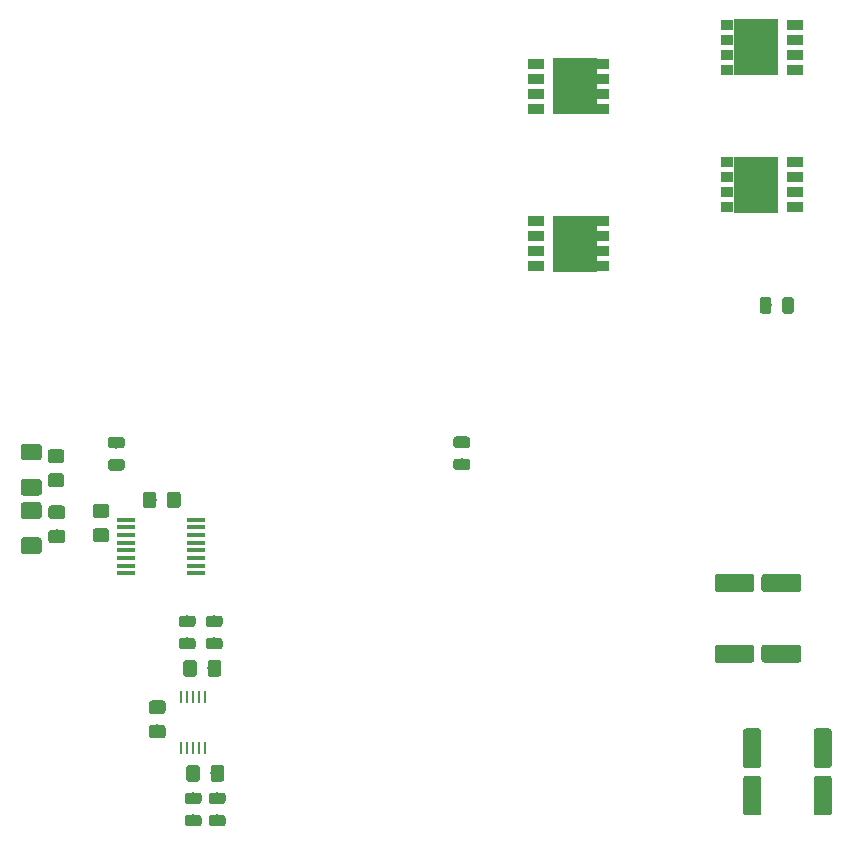
<source format=gbr>
%TF.GenerationSoftware,KiCad,Pcbnew,5.1.4*%
%TF.CreationDate,2019-11-11T17:18:17+01:00*%
%TF.ProjectId,shunt-board,7368756e-742d-4626-9f61-72642e6b6963,rev?*%
%TF.SameCoordinates,Original*%
%TF.FileFunction,Paste,Top*%
%TF.FilePolarity,Positive*%
%FSLAX46Y46*%
G04 Gerber Fmt 4.6, Leading zero omitted, Abs format (unit mm)*
G04 Created by KiCad (PCBNEW 5.1.4) date 2019-11-11 17:18:17*
%MOMM*%
%LPD*%
G04 APERTURE LIST*
%ADD10C,0.100000*%
%ADD11C,1.150000*%
%ADD12C,1.425000*%
%ADD13C,1.525000*%
%ADD14R,1.450000X0.850000*%
%ADD15R,1.050000X0.850000*%
%ADD16R,3.750000X4.700000*%
%ADD17C,0.975000*%
%ADD18R,1.500000X0.450000*%
%ADD19R,0.250000X1.100000*%
G04 APERTURE END LIST*
D10*
G36*
X228312000Y-74782500D02*
G01*
X225332000Y-74782500D01*
X225332000Y-72410500D01*
X228312000Y-72410500D01*
X228312000Y-74782500D01*
G37*
G36*
X228312000Y-63162000D02*
G01*
X225332000Y-63162000D01*
X225332000Y-60790000D01*
X228312000Y-60790000D01*
X228312000Y-63162000D01*
G37*
G36*
X210028500Y-77427000D02*
G01*
X213008500Y-77427000D01*
X213008500Y-79799000D01*
X210028500Y-79799000D01*
X210028500Y-77427000D01*
G37*
G36*
X210028500Y-64092000D02*
G01*
X213008500Y-64092000D01*
X213008500Y-66464000D01*
X210028500Y-66464000D01*
X210028500Y-64092000D01*
G37*
G36*
X177895505Y-99580404D02*
G01*
X177919773Y-99584004D01*
X177943572Y-99589965D01*
X177966671Y-99598230D01*
X177988850Y-99608720D01*
X178009893Y-99621332D01*
X178029599Y-99635947D01*
X178047777Y-99652423D01*
X178064253Y-99670601D01*
X178078868Y-99690307D01*
X178091480Y-99711350D01*
X178101970Y-99733529D01*
X178110235Y-99756628D01*
X178116196Y-99780427D01*
X178119796Y-99804695D01*
X178121000Y-99829199D01*
X178121000Y-100729201D01*
X178119796Y-100753705D01*
X178116196Y-100777973D01*
X178110235Y-100801772D01*
X178101970Y-100824871D01*
X178091480Y-100847050D01*
X178078868Y-100868093D01*
X178064253Y-100887799D01*
X178047777Y-100905977D01*
X178029599Y-100922453D01*
X178009893Y-100937068D01*
X177988850Y-100949680D01*
X177966671Y-100960170D01*
X177943572Y-100968435D01*
X177919773Y-100974396D01*
X177895505Y-100977996D01*
X177871001Y-100979200D01*
X177220999Y-100979200D01*
X177196495Y-100977996D01*
X177172227Y-100974396D01*
X177148428Y-100968435D01*
X177125329Y-100960170D01*
X177103150Y-100949680D01*
X177082107Y-100937068D01*
X177062401Y-100922453D01*
X177044223Y-100905977D01*
X177027747Y-100887799D01*
X177013132Y-100868093D01*
X177000520Y-100847050D01*
X176990030Y-100824871D01*
X176981765Y-100801772D01*
X176975804Y-100777973D01*
X176972204Y-100753705D01*
X176971000Y-100729201D01*
X176971000Y-99829199D01*
X176972204Y-99804695D01*
X176975804Y-99780427D01*
X176981765Y-99756628D01*
X176990030Y-99733529D01*
X177000520Y-99711350D01*
X177013132Y-99690307D01*
X177027747Y-99670601D01*
X177044223Y-99652423D01*
X177062401Y-99635947D01*
X177082107Y-99621332D01*
X177103150Y-99608720D01*
X177125329Y-99598230D01*
X177148428Y-99589965D01*
X177172227Y-99584004D01*
X177196495Y-99580404D01*
X177220999Y-99579200D01*
X177871001Y-99579200D01*
X177895505Y-99580404D01*
X177895505Y-99580404D01*
G37*
D11*
X177546000Y-100279200D03*
D10*
G36*
X175845505Y-99580404D02*
G01*
X175869773Y-99584004D01*
X175893572Y-99589965D01*
X175916671Y-99598230D01*
X175938850Y-99608720D01*
X175959893Y-99621332D01*
X175979599Y-99635947D01*
X175997777Y-99652423D01*
X176014253Y-99670601D01*
X176028868Y-99690307D01*
X176041480Y-99711350D01*
X176051970Y-99733529D01*
X176060235Y-99756628D01*
X176066196Y-99780427D01*
X176069796Y-99804695D01*
X176071000Y-99829199D01*
X176071000Y-100729201D01*
X176069796Y-100753705D01*
X176066196Y-100777973D01*
X176060235Y-100801772D01*
X176051970Y-100824871D01*
X176041480Y-100847050D01*
X176028868Y-100868093D01*
X176014253Y-100887799D01*
X175997777Y-100905977D01*
X175979599Y-100922453D01*
X175959893Y-100937068D01*
X175938850Y-100949680D01*
X175916671Y-100960170D01*
X175893572Y-100968435D01*
X175869773Y-100974396D01*
X175845505Y-100977996D01*
X175821001Y-100979200D01*
X175170999Y-100979200D01*
X175146495Y-100977996D01*
X175122227Y-100974396D01*
X175098428Y-100968435D01*
X175075329Y-100960170D01*
X175053150Y-100949680D01*
X175032107Y-100937068D01*
X175012401Y-100922453D01*
X174994223Y-100905977D01*
X174977747Y-100887799D01*
X174963132Y-100868093D01*
X174950520Y-100847050D01*
X174940030Y-100824871D01*
X174931765Y-100801772D01*
X174925804Y-100777973D01*
X174922204Y-100753705D01*
X174921000Y-100729201D01*
X174921000Y-99829199D01*
X174922204Y-99804695D01*
X174925804Y-99780427D01*
X174931765Y-99756628D01*
X174940030Y-99733529D01*
X174950520Y-99711350D01*
X174963132Y-99690307D01*
X174977747Y-99670601D01*
X174994223Y-99652423D01*
X175012401Y-99635947D01*
X175032107Y-99621332D01*
X175053150Y-99608720D01*
X175075329Y-99598230D01*
X175098428Y-99589965D01*
X175122227Y-99584004D01*
X175146495Y-99580404D01*
X175170999Y-99579200D01*
X175821001Y-99579200D01*
X175845505Y-99580404D01*
X175845505Y-99580404D01*
G37*
D11*
X175496000Y-100279200D03*
D10*
G36*
X168114505Y-102813204D02*
G01*
X168138773Y-102816804D01*
X168162572Y-102822765D01*
X168185671Y-102831030D01*
X168207850Y-102841520D01*
X168228893Y-102854132D01*
X168248599Y-102868747D01*
X168266777Y-102885223D01*
X168283253Y-102903401D01*
X168297868Y-102923107D01*
X168310480Y-102944150D01*
X168320970Y-102966329D01*
X168329235Y-102989428D01*
X168335196Y-103013227D01*
X168338796Y-103037495D01*
X168340000Y-103061999D01*
X168340000Y-103712001D01*
X168338796Y-103736505D01*
X168335196Y-103760773D01*
X168329235Y-103784572D01*
X168320970Y-103807671D01*
X168310480Y-103829850D01*
X168297868Y-103850893D01*
X168283253Y-103870599D01*
X168266777Y-103888777D01*
X168248599Y-103905253D01*
X168228893Y-103919868D01*
X168207850Y-103932480D01*
X168185671Y-103942970D01*
X168162572Y-103951235D01*
X168138773Y-103957196D01*
X168114505Y-103960796D01*
X168090001Y-103962000D01*
X167189999Y-103962000D01*
X167165495Y-103960796D01*
X167141227Y-103957196D01*
X167117428Y-103951235D01*
X167094329Y-103942970D01*
X167072150Y-103932480D01*
X167051107Y-103919868D01*
X167031401Y-103905253D01*
X167013223Y-103888777D01*
X166996747Y-103870599D01*
X166982132Y-103850893D01*
X166969520Y-103829850D01*
X166959030Y-103807671D01*
X166950765Y-103784572D01*
X166944804Y-103760773D01*
X166941204Y-103736505D01*
X166940000Y-103712001D01*
X166940000Y-103061999D01*
X166941204Y-103037495D01*
X166944804Y-103013227D01*
X166950765Y-102989428D01*
X166959030Y-102966329D01*
X166969520Y-102944150D01*
X166982132Y-102923107D01*
X166996747Y-102903401D01*
X167013223Y-102885223D01*
X167031401Y-102868747D01*
X167051107Y-102854132D01*
X167072150Y-102841520D01*
X167094329Y-102831030D01*
X167117428Y-102822765D01*
X167141227Y-102816804D01*
X167165495Y-102813204D01*
X167189999Y-102812000D01*
X168090001Y-102812000D01*
X168114505Y-102813204D01*
X168114505Y-102813204D01*
G37*
D11*
X167640000Y-103387000D03*
D10*
G36*
X168114505Y-100763204D02*
G01*
X168138773Y-100766804D01*
X168162572Y-100772765D01*
X168185671Y-100781030D01*
X168207850Y-100791520D01*
X168228893Y-100804132D01*
X168248599Y-100818747D01*
X168266777Y-100835223D01*
X168283253Y-100853401D01*
X168297868Y-100873107D01*
X168310480Y-100894150D01*
X168320970Y-100916329D01*
X168329235Y-100939428D01*
X168335196Y-100963227D01*
X168338796Y-100987495D01*
X168340000Y-101011999D01*
X168340000Y-101662001D01*
X168338796Y-101686505D01*
X168335196Y-101710773D01*
X168329235Y-101734572D01*
X168320970Y-101757671D01*
X168310480Y-101779850D01*
X168297868Y-101800893D01*
X168283253Y-101820599D01*
X168266777Y-101838777D01*
X168248599Y-101855253D01*
X168228893Y-101869868D01*
X168207850Y-101882480D01*
X168185671Y-101892970D01*
X168162572Y-101901235D01*
X168138773Y-101907196D01*
X168114505Y-101910796D01*
X168090001Y-101912000D01*
X167189999Y-101912000D01*
X167165495Y-101910796D01*
X167141227Y-101907196D01*
X167117428Y-101901235D01*
X167094329Y-101892970D01*
X167072150Y-101882480D01*
X167051107Y-101869868D01*
X167031401Y-101855253D01*
X167013223Y-101838777D01*
X166996747Y-101820599D01*
X166982132Y-101800893D01*
X166969520Y-101779850D01*
X166959030Y-101757671D01*
X166950765Y-101734572D01*
X166944804Y-101710773D01*
X166941204Y-101686505D01*
X166940000Y-101662001D01*
X166940000Y-101011999D01*
X166941204Y-100987495D01*
X166944804Y-100963227D01*
X166950765Y-100939428D01*
X166959030Y-100916329D01*
X166969520Y-100894150D01*
X166982132Y-100873107D01*
X166996747Y-100853401D01*
X167013223Y-100835223D01*
X167031401Y-100818747D01*
X167051107Y-100804132D01*
X167072150Y-100791520D01*
X167094329Y-100781030D01*
X167117428Y-100772765D01*
X167141227Y-100766804D01*
X167165495Y-100763204D01*
X167189999Y-100762000D01*
X168090001Y-100762000D01*
X168114505Y-100763204D01*
X168114505Y-100763204D01*
G37*
D11*
X167640000Y-101337000D03*
D10*
G36*
X168051005Y-96000704D02*
G01*
X168075273Y-96004304D01*
X168099072Y-96010265D01*
X168122171Y-96018530D01*
X168144350Y-96029020D01*
X168165393Y-96041632D01*
X168185099Y-96056247D01*
X168203277Y-96072723D01*
X168219753Y-96090901D01*
X168234368Y-96110607D01*
X168246980Y-96131650D01*
X168257470Y-96153829D01*
X168265735Y-96176928D01*
X168271696Y-96200727D01*
X168275296Y-96224995D01*
X168276500Y-96249499D01*
X168276500Y-96899501D01*
X168275296Y-96924005D01*
X168271696Y-96948273D01*
X168265735Y-96972072D01*
X168257470Y-96995171D01*
X168246980Y-97017350D01*
X168234368Y-97038393D01*
X168219753Y-97058099D01*
X168203277Y-97076277D01*
X168185099Y-97092753D01*
X168165393Y-97107368D01*
X168144350Y-97119980D01*
X168122171Y-97130470D01*
X168099072Y-97138735D01*
X168075273Y-97144696D01*
X168051005Y-97148296D01*
X168026501Y-97149500D01*
X167126499Y-97149500D01*
X167101995Y-97148296D01*
X167077727Y-97144696D01*
X167053928Y-97138735D01*
X167030829Y-97130470D01*
X167008650Y-97119980D01*
X166987607Y-97107368D01*
X166967901Y-97092753D01*
X166949723Y-97076277D01*
X166933247Y-97058099D01*
X166918632Y-97038393D01*
X166906020Y-97017350D01*
X166895530Y-96995171D01*
X166887265Y-96972072D01*
X166881304Y-96948273D01*
X166877704Y-96924005D01*
X166876500Y-96899501D01*
X166876500Y-96249499D01*
X166877704Y-96224995D01*
X166881304Y-96200727D01*
X166887265Y-96176928D01*
X166895530Y-96153829D01*
X166906020Y-96131650D01*
X166918632Y-96110607D01*
X166933247Y-96090901D01*
X166949723Y-96072723D01*
X166967901Y-96056247D01*
X166987607Y-96041632D01*
X167008650Y-96029020D01*
X167030829Y-96018530D01*
X167053928Y-96010265D01*
X167077727Y-96004304D01*
X167101995Y-96000704D01*
X167126499Y-95999500D01*
X168026501Y-95999500D01*
X168051005Y-96000704D01*
X168051005Y-96000704D01*
G37*
D11*
X167576500Y-96574500D03*
D10*
G36*
X168051005Y-98050704D02*
G01*
X168075273Y-98054304D01*
X168099072Y-98060265D01*
X168122171Y-98068530D01*
X168144350Y-98079020D01*
X168165393Y-98091632D01*
X168185099Y-98106247D01*
X168203277Y-98122723D01*
X168219753Y-98140901D01*
X168234368Y-98160607D01*
X168246980Y-98181650D01*
X168257470Y-98203829D01*
X168265735Y-98226928D01*
X168271696Y-98250727D01*
X168275296Y-98274995D01*
X168276500Y-98299499D01*
X168276500Y-98949501D01*
X168275296Y-98974005D01*
X168271696Y-98998273D01*
X168265735Y-99022072D01*
X168257470Y-99045171D01*
X168246980Y-99067350D01*
X168234368Y-99088393D01*
X168219753Y-99108099D01*
X168203277Y-99126277D01*
X168185099Y-99142753D01*
X168165393Y-99157368D01*
X168144350Y-99169980D01*
X168122171Y-99180470D01*
X168099072Y-99188735D01*
X168075273Y-99194696D01*
X168051005Y-99198296D01*
X168026501Y-99199500D01*
X167126499Y-99199500D01*
X167101995Y-99198296D01*
X167077727Y-99194696D01*
X167053928Y-99188735D01*
X167030829Y-99180470D01*
X167008650Y-99169980D01*
X166987607Y-99157368D01*
X166967901Y-99142753D01*
X166949723Y-99126277D01*
X166933247Y-99108099D01*
X166918632Y-99088393D01*
X166906020Y-99067350D01*
X166895530Y-99045171D01*
X166887265Y-99022072D01*
X166881304Y-98998273D01*
X166877704Y-98974005D01*
X166876500Y-98949501D01*
X166876500Y-98299499D01*
X166877704Y-98274995D01*
X166881304Y-98250727D01*
X166887265Y-98226928D01*
X166895530Y-98203829D01*
X166906020Y-98181650D01*
X166918632Y-98160607D01*
X166933247Y-98140901D01*
X166949723Y-98122723D01*
X166967901Y-98106247D01*
X166987607Y-98091632D01*
X167008650Y-98079020D01*
X167030829Y-98068530D01*
X167053928Y-98060265D01*
X167077727Y-98054304D01*
X167101995Y-98050704D01*
X167126499Y-98049500D01*
X168026501Y-98049500D01*
X168051005Y-98050704D01*
X168051005Y-98050704D01*
G37*
D11*
X167576500Y-98624500D03*
D10*
G36*
X166130504Y-103455704D02*
G01*
X166154773Y-103459304D01*
X166178571Y-103465265D01*
X166201671Y-103473530D01*
X166223849Y-103484020D01*
X166244893Y-103496633D01*
X166264598Y-103511247D01*
X166282777Y-103527723D01*
X166299253Y-103545902D01*
X166313867Y-103565607D01*
X166326480Y-103586651D01*
X166336970Y-103608829D01*
X166345235Y-103631929D01*
X166351196Y-103655727D01*
X166354796Y-103679996D01*
X166356000Y-103704500D01*
X166356000Y-104629500D01*
X166354796Y-104654004D01*
X166351196Y-104678273D01*
X166345235Y-104702071D01*
X166336970Y-104725171D01*
X166326480Y-104747349D01*
X166313867Y-104768393D01*
X166299253Y-104788098D01*
X166282777Y-104806277D01*
X166264598Y-104822753D01*
X166244893Y-104837367D01*
X166223849Y-104849980D01*
X166201671Y-104860470D01*
X166178571Y-104868735D01*
X166154773Y-104874696D01*
X166130504Y-104878296D01*
X166106000Y-104879500D01*
X164856000Y-104879500D01*
X164831496Y-104878296D01*
X164807227Y-104874696D01*
X164783429Y-104868735D01*
X164760329Y-104860470D01*
X164738151Y-104849980D01*
X164717107Y-104837367D01*
X164697402Y-104822753D01*
X164679223Y-104806277D01*
X164662747Y-104788098D01*
X164648133Y-104768393D01*
X164635520Y-104747349D01*
X164625030Y-104725171D01*
X164616765Y-104702071D01*
X164610804Y-104678273D01*
X164607204Y-104654004D01*
X164606000Y-104629500D01*
X164606000Y-103704500D01*
X164607204Y-103679996D01*
X164610804Y-103655727D01*
X164616765Y-103631929D01*
X164625030Y-103608829D01*
X164635520Y-103586651D01*
X164648133Y-103565607D01*
X164662747Y-103545902D01*
X164679223Y-103527723D01*
X164697402Y-103511247D01*
X164717107Y-103496633D01*
X164738151Y-103484020D01*
X164760329Y-103473530D01*
X164783429Y-103465265D01*
X164807227Y-103459304D01*
X164831496Y-103455704D01*
X164856000Y-103454500D01*
X166106000Y-103454500D01*
X166130504Y-103455704D01*
X166130504Y-103455704D01*
G37*
D12*
X165481000Y-104167000D03*
D10*
G36*
X166130504Y-100480704D02*
G01*
X166154773Y-100484304D01*
X166178571Y-100490265D01*
X166201671Y-100498530D01*
X166223849Y-100509020D01*
X166244893Y-100521633D01*
X166264598Y-100536247D01*
X166282777Y-100552723D01*
X166299253Y-100570902D01*
X166313867Y-100590607D01*
X166326480Y-100611651D01*
X166336970Y-100633829D01*
X166345235Y-100656929D01*
X166351196Y-100680727D01*
X166354796Y-100704996D01*
X166356000Y-100729500D01*
X166356000Y-101654500D01*
X166354796Y-101679004D01*
X166351196Y-101703273D01*
X166345235Y-101727071D01*
X166336970Y-101750171D01*
X166326480Y-101772349D01*
X166313867Y-101793393D01*
X166299253Y-101813098D01*
X166282777Y-101831277D01*
X166264598Y-101847753D01*
X166244893Y-101862367D01*
X166223849Y-101874980D01*
X166201671Y-101885470D01*
X166178571Y-101893735D01*
X166154773Y-101899696D01*
X166130504Y-101903296D01*
X166106000Y-101904500D01*
X164856000Y-101904500D01*
X164831496Y-101903296D01*
X164807227Y-101899696D01*
X164783429Y-101893735D01*
X164760329Y-101885470D01*
X164738151Y-101874980D01*
X164717107Y-101862367D01*
X164697402Y-101847753D01*
X164679223Y-101831277D01*
X164662747Y-101813098D01*
X164648133Y-101793393D01*
X164635520Y-101772349D01*
X164625030Y-101750171D01*
X164616765Y-101727071D01*
X164610804Y-101703273D01*
X164607204Y-101679004D01*
X164606000Y-101654500D01*
X164606000Y-100729500D01*
X164607204Y-100704996D01*
X164610804Y-100680727D01*
X164616765Y-100656929D01*
X164625030Y-100633829D01*
X164635520Y-100611651D01*
X164648133Y-100590607D01*
X164662747Y-100570902D01*
X164679223Y-100552723D01*
X164697402Y-100536247D01*
X164717107Y-100521633D01*
X164738151Y-100509020D01*
X164760329Y-100498530D01*
X164783429Y-100490265D01*
X164807227Y-100484304D01*
X164831496Y-100480704D01*
X164856000Y-100479500D01*
X166106000Y-100479500D01*
X166130504Y-100480704D01*
X166130504Y-100480704D01*
G37*
D12*
X165481000Y-101192000D03*
D10*
G36*
X166130504Y-95527704D02*
G01*
X166154773Y-95531304D01*
X166178571Y-95537265D01*
X166201671Y-95545530D01*
X166223849Y-95556020D01*
X166244893Y-95568633D01*
X166264598Y-95583247D01*
X166282777Y-95599723D01*
X166299253Y-95617902D01*
X166313867Y-95637607D01*
X166326480Y-95658651D01*
X166336970Y-95680829D01*
X166345235Y-95703929D01*
X166351196Y-95727727D01*
X166354796Y-95751996D01*
X166356000Y-95776500D01*
X166356000Y-96701500D01*
X166354796Y-96726004D01*
X166351196Y-96750273D01*
X166345235Y-96774071D01*
X166336970Y-96797171D01*
X166326480Y-96819349D01*
X166313867Y-96840393D01*
X166299253Y-96860098D01*
X166282777Y-96878277D01*
X166264598Y-96894753D01*
X166244893Y-96909367D01*
X166223849Y-96921980D01*
X166201671Y-96932470D01*
X166178571Y-96940735D01*
X166154773Y-96946696D01*
X166130504Y-96950296D01*
X166106000Y-96951500D01*
X164856000Y-96951500D01*
X164831496Y-96950296D01*
X164807227Y-96946696D01*
X164783429Y-96940735D01*
X164760329Y-96932470D01*
X164738151Y-96921980D01*
X164717107Y-96909367D01*
X164697402Y-96894753D01*
X164679223Y-96878277D01*
X164662747Y-96860098D01*
X164648133Y-96840393D01*
X164635520Y-96819349D01*
X164625030Y-96797171D01*
X164616765Y-96774071D01*
X164610804Y-96750273D01*
X164607204Y-96726004D01*
X164606000Y-96701500D01*
X164606000Y-95776500D01*
X164607204Y-95751996D01*
X164610804Y-95727727D01*
X164616765Y-95703929D01*
X164625030Y-95680829D01*
X164635520Y-95658651D01*
X164648133Y-95637607D01*
X164662747Y-95617902D01*
X164679223Y-95599723D01*
X164697402Y-95583247D01*
X164717107Y-95568633D01*
X164738151Y-95556020D01*
X164760329Y-95545530D01*
X164783429Y-95537265D01*
X164807227Y-95531304D01*
X164831496Y-95527704D01*
X164856000Y-95526500D01*
X166106000Y-95526500D01*
X166130504Y-95527704D01*
X166130504Y-95527704D01*
G37*
D12*
X165481000Y-96239000D03*
D10*
G36*
X166130504Y-98502704D02*
G01*
X166154773Y-98506304D01*
X166178571Y-98512265D01*
X166201671Y-98520530D01*
X166223849Y-98531020D01*
X166244893Y-98543633D01*
X166264598Y-98558247D01*
X166282777Y-98574723D01*
X166299253Y-98592902D01*
X166313867Y-98612607D01*
X166326480Y-98633651D01*
X166336970Y-98655829D01*
X166345235Y-98678929D01*
X166351196Y-98702727D01*
X166354796Y-98726996D01*
X166356000Y-98751500D01*
X166356000Y-99676500D01*
X166354796Y-99701004D01*
X166351196Y-99725273D01*
X166345235Y-99749071D01*
X166336970Y-99772171D01*
X166326480Y-99794349D01*
X166313867Y-99815393D01*
X166299253Y-99835098D01*
X166282777Y-99853277D01*
X166264598Y-99869753D01*
X166244893Y-99884367D01*
X166223849Y-99896980D01*
X166201671Y-99907470D01*
X166178571Y-99915735D01*
X166154773Y-99921696D01*
X166130504Y-99925296D01*
X166106000Y-99926500D01*
X164856000Y-99926500D01*
X164831496Y-99925296D01*
X164807227Y-99921696D01*
X164783429Y-99915735D01*
X164760329Y-99907470D01*
X164738151Y-99896980D01*
X164717107Y-99884367D01*
X164697402Y-99869753D01*
X164679223Y-99853277D01*
X164662747Y-99835098D01*
X164648133Y-99815393D01*
X164635520Y-99794349D01*
X164625030Y-99772171D01*
X164616765Y-99749071D01*
X164610804Y-99725273D01*
X164607204Y-99701004D01*
X164606000Y-99676500D01*
X164606000Y-98751500D01*
X164607204Y-98726996D01*
X164610804Y-98702727D01*
X164616765Y-98678929D01*
X164625030Y-98655829D01*
X164635520Y-98633651D01*
X164648133Y-98612607D01*
X164662747Y-98592902D01*
X164679223Y-98574723D01*
X164697402Y-98558247D01*
X164717107Y-98543633D01*
X164738151Y-98531020D01*
X164760329Y-98520530D01*
X164783429Y-98512265D01*
X164807227Y-98506304D01*
X164831496Y-98502704D01*
X164856000Y-98501500D01*
X166106000Y-98501500D01*
X166130504Y-98502704D01*
X166130504Y-98502704D01*
G37*
D12*
X165481000Y-99214000D03*
D10*
G36*
X226468105Y-106573104D02*
G01*
X226492373Y-106576704D01*
X226516172Y-106582665D01*
X226539271Y-106590930D01*
X226561450Y-106601420D01*
X226582493Y-106614032D01*
X226602199Y-106628647D01*
X226620377Y-106645123D01*
X226636853Y-106663301D01*
X226651468Y-106683007D01*
X226664080Y-106704050D01*
X226674570Y-106726229D01*
X226682835Y-106749328D01*
X226688796Y-106773127D01*
X226692396Y-106797395D01*
X226693600Y-106821899D01*
X226693600Y-107846901D01*
X226692396Y-107871405D01*
X226688796Y-107895673D01*
X226682835Y-107919472D01*
X226674570Y-107942571D01*
X226664080Y-107964750D01*
X226651468Y-107985793D01*
X226636853Y-108005499D01*
X226620377Y-108023677D01*
X226602199Y-108040153D01*
X226582493Y-108054768D01*
X226561450Y-108067380D01*
X226539271Y-108077870D01*
X226516172Y-108086135D01*
X226492373Y-108092096D01*
X226468105Y-108095696D01*
X226443601Y-108096900D01*
X223593599Y-108096900D01*
X223569095Y-108095696D01*
X223544827Y-108092096D01*
X223521028Y-108086135D01*
X223497929Y-108077870D01*
X223475750Y-108067380D01*
X223454707Y-108054768D01*
X223435001Y-108040153D01*
X223416823Y-108023677D01*
X223400347Y-108005499D01*
X223385732Y-107985793D01*
X223373120Y-107964750D01*
X223362630Y-107942571D01*
X223354365Y-107919472D01*
X223348404Y-107895673D01*
X223344804Y-107871405D01*
X223343600Y-107846901D01*
X223343600Y-106821899D01*
X223344804Y-106797395D01*
X223348404Y-106773127D01*
X223354365Y-106749328D01*
X223362630Y-106726229D01*
X223373120Y-106704050D01*
X223385732Y-106683007D01*
X223400347Y-106663301D01*
X223416823Y-106645123D01*
X223435001Y-106628647D01*
X223454707Y-106614032D01*
X223475750Y-106601420D01*
X223497929Y-106590930D01*
X223521028Y-106582665D01*
X223544827Y-106576704D01*
X223569095Y-106573104D01*
X223593599Y-106571900D01*
X226443601Y-106571900D01*
X226468105Y-106573104D01*
X226468105Y-106573104D01*
G37*
D13*
X225018600Y-107334400D03*
D10*
G36*
X226468105Y-112548104D02*
G01*
X226492373Y-112551704D01*
X226516172Y-112557665D01*
X226539271Y-112565930D01*
X226561450Y-112576420D01*
X226582493Y-112589032D01*
X226602199Y-112603647D01*
X226620377Y-112620123D01*
X226636853Y-112638301D01*
X226651468Y-112658007D01*
X226664080Y-112679050D01*
X226674570Y-112701229D01*
X226682835Y-112724328D01*
X226688796Y-112748127D01*
X226692396Y-112772395D01*
X226693600Y-112796899D01*
X226693600Y-113821901D01*
X226692396Y-113846405D01*
X226688796Y-113870673D01*
X226682835Y-113894472D01*
X226674570Y-113917571D01*
X226664080Y-113939750D01*
X226651468Y-113960793D01*
X226636853Y-113980499D01*
X226620377Y-113998677D01*
X226602199Y-114015153D01*
X226582493Y-114029768D01*
X226561450Y-114042380D01*
X226539271Y-114052870D01*
X226516172Y-114061135D01*
X226492373Y-114067096D01*
X226468105Y-114070696D01*
X226443601Y-114071900D01*
X223593599Y-114071900D01*
X223569095Y-114070696D01*
X223544827Y-114067096D01*
X223521028Y-114061135D01*
X223497929Y-114052870D01*
X223475750Y-114042380D01*
X223454707Y-114029768D01*
X223435001Y-114015153D01*
X223416823Y-113998677D01*
X223400347Y-113980499D01*
X223385732Y-113960793D01*
X223373120Y-113939750D01*
X223362630Y-113917571D01*
X223354365Y-113894472D01*
X223348404Y-113870673D01*
X223344804Y-113846405D01*
X223343600Y-113821901D01*
X223343600Y-112796899D01*
X223344804Y-112772395D01*
X223348404Y-112748127D01*
X223354365Y-112724328D01*
X223362630Y-112701229D01*
X223373120Y-112679050D01*
X223385732Y-112658007D01*
X223400347Y-112638301D01*
X223416823Y-112620123D01*
X223435001Y-112603647D01*
X223454707Y-112589032D01*
X223475750Y-112576420D01*
X223497929Y-112565930D01*
X223521028Y-112557665D01*
X223544827Y-112551704D01*
X223569095Y-112548104D01*
X223593599Y-112546900D01*
X226443601Y-112546900D01*
X226468105Y-112548104D01*
X226468105Y-112548104D01*
G37*
D13*
X225018600Y-113309400D03*
D10*
G36*
X227063905Y-123649804D02*
G01*
X227088173Y-123653404D01*
X227111972Y-123659365D01*
X227135071Y-123667630D01*
X227157250Y-123678120D01*
X227178293Y-123690732D01*
X227197999Y-123705347D01*
X227216177Y-123721823D01*
X227232653Y-123740001D01*
X227247268Y-123759707D01*
X227259880Y-123780750D01*
X227270370Y-123802929D01*
X227278635Y-123826028D01*
X227284596Y-123849827D01*
X227288196Y-123874095D01*
X227289400Y-123898599D01*
X227289400Y-126748601D01*
X227288196Y-126773105D01*
X227284596Y-126797373D01*
X227278635Y-126821172D01*
X227270370Y-126844271D01*
X227259880Y-126866450D01*
X227247268Y-126887493D01*
X227232653Y-126907199D01*
X227216177Y-126925377D01*
X227197999Y-126941853D01*
X227178293Y-126956468D01*
X227157250Y-126969080D01*
X227135071Y-126979570D01*
X227111972Y-126987835D01*
X227088173Y-126993796D01*
X227063905Y-126997396D01*
X227039401Y-126998600D01*
X226014399Y-126998600D01*
X225989895Y-126997396D01*
X225965627Y-126993796D01*
X225941828Y-126987835D01*
X225918729Y-126979570D01*
X225896550Y-126969080D01*
X225875507Y-126956468D01*
X225855801Y-126941853D01*
X225837623Y-126925377D01*
X225821147Y-126907199D01*
X225806532Y-126887493D01*
X225793920Y-126866450D01*
X225783430Y-126844271D01*
X225775165Y-126821172D01*
X225769204Y-126797373D01*
X225765604Y-126773105D01*
X225764400Y-126748601D01*
X225764400Y-123898599D01*
X225765604Y-123874095D01*
X225769204Y-123849827D01*
X225775165Y-123826028D01*
X225783430Y-123802929D01*
X225793920Y-123780750D01*
X225806532Y-123759707D01*
X225821147Y-123740001D01*
X225837623Y-123721823D01*
X225855801Y-123705347D01*
X225875507Y-123690732D01*
X225896550Y-123678120D01*
X225918729Y-123667630D01*
X225941828Y-123659365D01*
X225965627Y-123653404D01*
X225989895Y-123649804D01*
X226014399Y-123648600D01*
X227039401Y-123648600D01*
X227063905Y-123649804D01*
X227063905Y-123649804D01*
G37*
D13*
X226526900Y-125323600D03*
D10*
G36*
X233038905Y-123649804D02*
G01*
X233063173Y-123653404D01*
X233086972Y-123659365D01*
X233110071Y-123667630D01*
X233132250Y-123678120D01*
X233153293Y-123690732D01*
X233172999Y-123705347D01*
X233191177Y-123721823D01*
X233207653Y-123740001D01*
X233222268Y-123759707D01*
X233234880Y-123780750D01*
X233245370Y-123802929D01*
X233253635Y-123826028D01*
X233259596Y-123849827D01*
X233263196Y-123874095D01*
X233264400Y-123898599D01*
X233264400Y-126748601D01*
X233263196Y-126773105D01*
X233259596Y-126797373D01*
X233253635Y-126821172D01*
X233245370Y-126844271D01*
X233234880Y-126866450D01*
X233222268Y-126887493D01*
X233207653Y-126907199D01*
X233191177Y-126925377D01*
X233172999Y-126941853D01*
X233153293Y-126956468D01*
X233132250Y-126969080D01*
X233110071Y-126979570D01*
X233086972Y-126987835D01*
X233063173Y-126993796D01*
X233038905Y-126997396D01*
X233014401Y-126998600D01*
X231989399Y-126998600D01*
X231964895Y-126997396D01*
X231940627Y-126993796D01*
X231916828Y-126987835D01*
X231893729Y-126979570D01*
X231871550Y-126969080D01*
X231850507Y-126956468D01*
X231830801Y-126941853D01*
X231812623Y-126925377D01*
X231796147Y-126907199D01*
X231781532Y-126887493D01*
X231768920Y-126866450D01*
X231758430Y-126844271D01*
X231750165Y-126821172D01*
X231744204Y-126797373D01*
X231740604Y-126773105D01*
X231739400Y-126748601D01*
X231739400Y-123898599D01*
X231740604Y-123874095D01*
X231744204Y-123849827D01*
X231750165Y-123826028D01*
X231758430Y-123802929D01*
X231768920Y-123780750D01*
X231781532Y-123759707D01*
X231796147Y-123740001D01*
X231812623Y-123721823D01*
X231830801Y-123705347D01*
X231850507Y-123690732D01*
X231871550Y-123678120D01*
X231893729Y-123667630D01*
X231916828Y-123659365D01*
X231940627Y-123653404D01*
X231964895Y-123649804D01*
X231989399Y-123648600D01*
X233014401Y-123648600D01*
X233038905Y-123649804D01*
X233038905Y-123649804D01*
G37*
D13*
X232501900Y-125323600D03*
D14*
X230122000Y-75501500D03*
X230122000Y-74231500D03*
X230122000Y-72961500D03*
X230122000Y-71691500D03*
D15*
X224422000Y-71691500D03*
X224422000Y-72961500D03*
X224422000Y-74231500D03*
X224422000Y-75501500D03*
D16*
X226822000Y-73596500D03*
X226822000Y-61976000D03*
D15*
X224422000Y-63881000D03*
X224422000Y-62611000D03*
X224422000Y-61341000D03*
X224422000Y-60071000D03*
D14*
X230122000Y-60071000D03*
X230122000Y-61341000D03*
X230122000Y-62611000D03*
X230122000Y-63881000D03*
X208218500Y-76708000D03*
X208218500Y-77978000D03*
X208218500Y-79248000D03*
X208218500Y-80518000D03*
D15*
X213918500Y-80518000D03*
X213918500Y-79248000D03*
X213918500Y-77978000D03*
X213918500Y-76708000D03*
D16*
X211518500Y-78613000D03*
X211518500Y-65278000D03*
D15*
X213918500Y-63373000D03*
X213918500Y-64643000D03*
X213918500Y-65913000D03*
X213918500Y-67183000D03*
D14*
X208218500Y-67183000D03*
X208218500Y-65913000D03*
X208218500Y-64643000D03*
X208218500Y-63373000D03*
D10*
G36*
X229805142Y-83121174D02*
G01*
X229828803Y-83124684D01*
X229852007Y-83130496D01*
X229874529Y-83138554D01*
X229896153Y-83148782D01*
X229916670Y-83161079D01*
X229935883Y-83175329D01*
X229953607Y-83191393D01*
X229969671Y-83209117D01*
X229983921Y-83228330D01*
X229996218Y-83248847D01*
X230006446Y-83270471D01*
X230014504Y-83292993D01*
X230020316Y-83316197D01*
X230023826Y-83339858D01*
X230025000Y-83363750D01*
X230025000Y-84276250D01*
X230023826Y-84300142D01*
X230020316Y-84323803D01*
X230014504Y-84347007D01*
X230006446Y-84369529D01*
X229996218Y-84391153D01*
X229983921Y-84411670D01*
X229969671Y-84430883D01*
X229953607Y-84448607D01*
X229935883Y-84464671D01*
X229916670Y-84478921D01*
X229896153Y-84491218D01*
X229874529Y-84501446D01*
X229852007Y-84509504D01*
X229828803Y-84515316D01*
X229805142Y-84518826D01*
X229781250Y-84520000D01*
X229293750Y-84520000D01*
X229269858Y-84518826D01*
X229246197Y-84515316D01*
X229222993Y-84509504D01*
X229200471Y-84501446D01*
X229178847Y-84491218D01*
X229158330Y-84478921D01*
X229139117Y-84464671D01*
X229121393Y-84448607D01*
X229105329Y-84430883D01*
X229091079Y-84411670D01*
X229078782Y-84391153D01*
X229068554Y-84369529D01*
X229060496Y-84347007D01*
X229054684Y-84323803D01*
X229051174Y-84300142D01*
X229050000Y-84276250D01*
X229050000Y-83363750D01*
X229051174Y-83339858D01*
X229054684Y-83316197D01*
X229060496Y-83292993D01*
X229068554Y-83270471D01*
X229078782Y-83248847D01*
X229091079Y-83228330D01*
X229105329Y-83209117D01*
X229121393Y-83191393D01*
X229139117Y-83175329D01*
X229158330Y-83161079D01*
X229178847Y-83148782D01*
X229200471Y-83138554D01*
X229222993Y-83130496D01*
X229246197Y-83124684D01*
X229269858Y-83121174D01*
X229293750Y-83120000D01*
X229781250Y-83120000D01*
X229805142Y-83121174D01*
X229805142Y-83121174D01*
G37*
D17*
X229537500Y-83820000D03*
D10*
G36*
X227930142Y-83121174D02*
G01*
X227953803Y-83124684D01*
X227977007Y-83130496D01*
X227999529Y-83138554D01*
X228021153Y-83148782D01*
X228041670Y-83161079D01*
X228060883Y-83175329D01*
X228078607Y-83191393D01*
X228094671Y-83209117D01*
X228108921Y-83228330D01*
X228121218Y-83248847D01*
X228131446Y-83270471D01*
X228139504Y-83292993D01*
X228145316Y-83316197D01*
X228148826Y-83339858D01*
X228150000Y-83363750D01*
X228150000Y-84276250D01*
X228148826Y-84300142D01*
X228145316Y-84323803D01*
X228139504Y-84347007D01*
X228131446Y-84369529D01*
X228121218Y-84391153D01*
X228108921Y-84411670D01*
X228094671Y-84430883D01*
X228078607Y-84448607D01*
X228060883Y-84464671D01*
X228041670Y-84478921D01*
X228021153Y-84491218D01*
X227999529Y-84501446D01*
X227977007Y-84509504D01*
X227953803Y-84515316D01*
X227930142Y-84518826D01*
X227906250Y-84520000D01*
X227418750Y-84520000D01*
X227394858Y-84518826D01*
X227371197Y-84515316D01*
X227347993Y-84509504D01*
X227325471Y-84501446D01*
X227303847Y-84491218D01*
X227283330Y-84478921D01*
X227264117Y-84464671D01*
X227246393Y-84448607D01*
X227230329Y-84430883D01*
X227216079Y-84411670D01*
X227203782Y-84391153D01*
X227193554Y-84369529D01*
X227185496Y-84347007D01*
X227179684Y-84323803D01*
X227176174Y-84300142D01*
X227175000Y-84276250D01*
X227175000Y-83363750D01*
X227176174Y-83339858D01*
X227179684Y-83316197D01*
X227185496Y-83292993D01*
X227193554Y-83270471D01*
X227203782Y-83248847D01*
X227216079Y-83228330D01*
X227230329Y-83209117D01*
X227246393Y-83191393D01*
X227264117Y-83175329D01*
X227283330Y-83161079D01*
X227303847Y-83148782D01*
X227325471Y-83138554D01*
X227347993Y-83130496D01*
X227371197Y-83124684D01*
X227394858Y-83121174D01*
X227418750Y-83120000D01*
X227906250Y-83120000D01*
X227930142Y-83121174D01*
X227930142Y-83121174D01*
G37*
D17*
X227662500Y-83820000D03*
D10*
G36*
X202410142Y-94920674D02*
G01*
X202433803Y-94924184D01*
X202457007Y-94929996D01*
X202479529Y-94938054D01*
X202501153Y-94948282D01*
X202521670Y-94960579D01*
X202540883Y-94974829D01*
X202558607Y-94990893D01*
X202574671Y-95008617D01*
X202588921Y-95027830D01*
X202601218Y-95048347D01*
X202611446Y-95069971D01*
X202619504Y-95092493D01*
X202625316Y-95115697D01*
X202628826Y-95139358D01*
X202630000Y-95163250D01*
X202630000Y-95650750D01*
X202628826Y-95674642D01*
X202625316Y-95698303D01*
X202619504Y-95721507D01*
X202611446Y-95744029D01*
X202601218Y-95765653D01*
X202588921Y-95786170D01*
X202574671Y-95805383D01*
X202558607Y-95823107D01*
X202540883Y-95839171D01*
X202521670Y-95853421D01*
X202501153Y-95865718D01*
X202479529Y-95875946D01*
X202457007Y-95884004D01*
X202433803Y-95889816D01*
X202410142Y-95893326D01*
X202386250Y-95894500D01*
X201473750Y-95894500D01*
X201449858Y-95893326D01*
X201426197Y-95889816D01*
X201402993Y-95884004D01*
X201380471Y-95875946D01*
X201358847Y-95865718D01*
X201338330Y-95853421D01*
X201319117Y-95839171D01*
X201301393Y-95823107D01*
X201285329Y-95805383D01*
X201271079Y-95786170D01*
X201258782Y-95765653D01*
X201248554Y-95744029D01*
X201240496Y-95721507D01*
X201234684Y-95698303D01*
X201231174Y-95674642D01*
X201230000Y-95650750D01*
X201230000Y-95163250D01*
X201231174Y-95139358D01*
X201234684Y-95115697D01*
X201240496Y-95092493D01*
X201248554Y-95069971D01*
X201258782Y-95048347D01*
X201271079Y-95027830D01*
X201285329Y-95008617D01*
X201301393Y-94990893D01*
X201319117Y-94974829D01*
X201338330Y-94960579D01*
X201358847Y-94948282D01*
X201380471Y-94938054D01*
X201402993Y-94929996D01*
X201426197Y-94924184D01*
X201449858Y-94920674D01*
X201473750Y-94919500D01*
X202386250Y-94919500D01*
X202410142Y-94920674D01*
X202410142Y-94920674D01*
G37*
D17*
X201930000Y-95407000D03*
D10*
G36*
X202410142Y-96795674D02*
G01*
X202433803Y-96799184D01*
X202457007Y-96804996D01*
X202479529Y-96813054D01*
X202501153Y-96823282D01*
X202521670Y-96835579D01*
X202540883Y-96849829D01*
X202558607Y-96865893D01*
X202574671Y-96883617D01*
X202588921Y-96902830D01*
X202601218Y-96923347D01*
X202611446Y-96944971D01*
X202619504Y-96967493D01*
X202625316Y-96990697D01*
X202628826Y-97014358D01*
X202630000Y-97038250D01*
X202630000Y-97525750D01*
X202628826Y-97549642D01*
X202625316Y-97573303D01*
X202619504Y-97596507D01*
X202611446Y-97619029D01*
X202601218Y-97640653D01*
X202588921Y-97661170D01*
X202574671Y-97680383D01*
X202558607Y-97698107D01*
X202540883Y-97714171D01*
X202521670Y-97728421D01*
X202501153Y-97740718D01*
X202479529Y-97750946D01*
X202457007Y-97759004D01*
X202433803Y-97764816D01*
X202410142Y-97768326D01*
X202386250Y-97769500D01*
X201473750Y-97769500D01*
X201449858Y-97768326D01*
X201426197Y-97764816D01*
X201402993Y-97759004D01*
X201380471Y-97750946D01*
X201358847Y-97740718D01*
X201338330Y-97728421D01*
X201319117Y-97714171D01*
X201301393Y-97698107D01*
X201285329Y-97680383D01*
X201271079Y-97661170D01*
X201258782Y-97640653D01*
X201248554Y-97619029D01*
X201240496Y-97596507D01*
X201234684Y-97573303D01*
X201231174Y-97549642D01*
X201230000Y-97525750D01*
X201230000Y-97038250D01*
X201231174Y-97014358D01*
X201234684Y-96990697D01*
X201240496Y-96967493D01*
X201248554Y-96944971D01*
X201258782Y-96923347D01*
X201271079Y-96902830D01*
X201285329Y-96883617D01*
X201301393Y-96865893D01*
X201319117Y-96849829D01*
X201338330Y-96835579D01*
X201358847Y-96823282D01*
X201380471Y-96813054D01*
X201402993Y-96804996D01*
X201426197Y-96799184D01*
X201449858Y-96795674D01*
X201473750Y-96794500D01*
X202386250Y-96794500D01*
X202410142Y-96795674D01*
X202410142Y-96795674D01*
G37*
D17*
X201930000Y-97282000D03*
D18*
X179444440Y-101966600D03*
X179444440Y-102616600D03*
X179444440Y-103266600D03*
X179444440Y-103916600D03*
X179444440Y-104566600D03*
X179444440Y-105216600D03*
X179444440Y-105866600D03*
X179444440Y-106516600D03*
X173544440Y-106516600D03*
X173544440Y-105866600D03*
X173544440Y-105216600D03*
X173544440Y-104566600D03*
X173544440Y-103916600D03*
X173544440Y-103266600D03*
X173544440Y-102616600D03*
X173544440Y-101966600D03*
D10*
G36*
X227054205Y-119636604D02*
G01*
X227078473Y-119640204D01*
X227102272Y-119646165D01*
X227125371Y-119654430D01*
X227147550Y-119664920D01*
X227168593Y-119677532D01*
X227188299Y-119692147D01*
X227206477Y-119708623D01*
X227222953Y-119726801D01*
X227237568Y-119746507D01*
X227250180Y-119767550D01*
X227260670Y-119789729D01*
X227268935Y-119812828D01*
X227274896Y-119836627D01*
X227278496Y-119860895D01*
X227279700Y-119885399D01*
X227279700Y-122735401D01*
X227278496Y-122759905D01*
X227274896Y-122784173D01*
X227268935Y-122807972D01*
X227260670Y-122831071D01*
X227250180Y-122853250D01*
X227237568Y-122874293D01*
X227222953Y-122893999D01*
X227206477Y-122912177D01*
X227188299Y-122928653D01*
X227168593Y-122943268D01*
X227147550Y-122955880D01*
X227125371Y-122966370D01*
X227102272Y-122974635D01*
X227078473Y-122980596D01*
X227054205Y-122984196D01*
X227029701Y-122985400D01*
X226004699Y-122985400D01*
X225980195Y-122984196D01*
X225955927Y-122980596D01*
X225932128Y-122974635D01*
X225909029Y-122966370D01*
X225886850Y-122955880D01*
X225865807Y-122943268D01*
X225846101Y-122928653D01*
X225827923Y-122912177D01*
X225811447Y-122893999D01*
X225796832Y-122874293D01*
X225784220Y-122853250D01*
X225773730Y-122831071D01*
X225765465Y-122807972D01*
X225759504Y-122784173D01*
X225755904Y-122759905D01*
X225754700Y-122735401D01*
X225754700Y-119885399D01*
X225755904Y-119860895D01*
X225759504Y-119836627D01*
X225765465Y-119812828D01*
X225773730Y-119789729D01*
X225784220Y-119767550D01*
X225796832Y-119746507D01*
X225811447Y-119726801D01*
X225827923Y-119708623D01*
X225846101Y-119692147D01*
X225865807Y-119677532D01*
X225886850Y-119664920D01*
X225909029Y-119654430D01*
X225932128Y-119646165D01*
X225955927Y-119640204D01*
X225980195Y-119636604D01*
X226004699Y-119635400D01*
X227029701Y-119635400D01*
X227054205Y-119636604D01*
X227054205Y-119636604D01*
G37*
D13*
X226517200Y-121310400D03*
D10*
G36*
X233029205Y-119636604D02*
G01*
X233053473Y-119640204D01*
X233077272Y-119646165D01*
X233100371Y-119654430D01*
X233122550Y-119664920D01*
X233143593Y-119677532D01*
X233163299Y-119692147D01*
X233181477Y-119708623D01*
X233197953Y-119726801D01*
X233212568Y-119746507D01*
X233225180Y-119767550D01*
X233235670Y-119789729D01*
X233243935Y-119812828D01*
X233249896Y-119836627D01*
X233253496Y-119860895D01*
X233254700Y-119885399D01*
X233254700Y-122735401D01*
X233253496Y-122759905D01*
X233249896Y-122784173D01*
X233243935Y-122807972D01*
X233235670Y-122831071D01*
X233225180Y-122853250D01*
X233212568Y-122874293D01*
X233197953Y-122893999D01*
X233181477Y-122912177D01*
X233163299Y-122928653D01*
X233143593Y-122943268D01*
X233122550Y-122955880D01*
X233100371Y-122966370D01*
X233077272Y-122974635D01*
X233053473Y-122980596D01*
X233029205Y-122984196D01*
X233004701Y-122985400D01*
X231979699Y-122985400D01*
X231955195Y-122984196D01*
X231930927Y-122980596D01*
X231907128Y-122974635D01*
X231884029Y-122966370D01*
X231861850Y-122955880D01*
X231840807Y-122943268D01*
X231821101Y-122928653D01*
X231802923Y-122912177D01*
X231786447Y-122893999D01*
X231771832Y-122874293D01*
X231759220Y-122853250D01*
X231748730Y-122831071D01*
X231740465Y-122807972D01*
X231734504Y-122784173D01*
X231730904Y-122759905D01*
X231729700Y-122735401D01*
X231729700Y-119885399D01*
X231730904Y-119860895D01*
X231734504Y-119836627D01*
X231740465Y-119812828D01*
X231748730Y-119789729D01*
X231759220Y-119767550D01*
X231771832Y-119746507D01*
X231786447Y-119726801D01*
X231802923Y-119708623D01*
X231821101Y-119692147D01*
X231840807Y-119677532D01*
X231861850Y-119664920D01*
X231884029Y-119654430D01*
X231907128Y-119646165D01*
X231930927Y-119640204D01*
X231955195Y-119636604D01*
X231979699Y-119635400D01*
X233004701Y-119635400D01*
X233029205Y-119636604D01*
X233029205Y-119636604D01*
G37*
D13*
X232492200Y-121310400D03*
D19*
X178197000Y-116976000D03*
X178697000Y-116976000D03*
X179197000Y-116976000D03*
X179697000Y-116976000D03*
X180197000Y-116976000D03*
X180197000Y-121276000D03*
X179697000Y-121276000D03*
X179197000Y-121276000D03*
X178697000Y-121276000D03*
X178197000Y-121276000D03*
D10*
G36*
X181455142Y-110082174D02*
G01*
X181478803Y-110085684D01*
X181502007Y-110091496D01*
X181524529Y-110099554D01*
X181546153Y-110109782D01*
X181566670Y-110122079D01*
X181585883Y-110136329D01*
X181603607Y-110152393D01*
X181619671Y-110170117D01*
X181633921Y-110189330D01*
X181646218Y-110209847D01*
X181656446Y-110231471D01*
X181664504Y-110253993D01*
X181670316Y-110277197D01*
X181673826Y-110300858D01*
X181675000Y-110324750D01*
X181675000Y-110812250D01*
X181673826Y-110836142D01*
X181670316Y-110859803D01*
X181664504Y-110883007D01*
X181656446Y-110905529D01*
X181646218Y-110927153D01*
X181633921Y-110947670D01*
X181619671Y-110966883D01*
X181603607Y-110984607D01*
X181585883Y-111000671D01*
X181566670Y-111014921D01*
X181546153Y-111027218D01*
X181524529Y-111037446D01*
X181502007Y-111045504D01*
X181478803Y-111051316D01*
X181455142Y-111054826D01*
X181431250Y-111056000D01*
X180518750Y-111056000D01*
X180494858Y-111054826D01*
X180471197Y-111051316D01*
X180447993Y-111045504D01*
X180425471Y-111037446D01*
X180403847Y-111027218D01*
X180383330Y-111014921D01*
X180364117Y-111000671D01*
X180346393Y-110984607D01*
X180330329Y-110966883D01*
X180316079Y-110947670D01*
X180303782Y-110927153D01*
X180293554Y-110905529D01*
X180285496Y-110883007D01*
X180279684Y-110859803D01*
X180276174Y-110836142D01*
X180275000Y-110812250D01*
X180275000Y-110324750D01*
X180276174Y-110300858D01*
X180279684Y-110277197D01*
X180285496Y-110253993D01*
X180293554Y-110231471D01*
X180303782Y-110209847D01*
X180316079Y-110189330D01*
X180330329Y-110170117D01*
X180346393Y-110152393D01*
X180364117Y-110136329D01*
X180383330Y-110122079D01*
X180403847Y-110109782D01*
X180425471Y-110099554D01*
X180447993Y-110091496D01*
X180471197Y-110085684D01*
X180494858Y-110082174D01*
X180518750Y-110081000D01*
X181431250Y-110081000D01*
X181455142Y-110082174D01*
X181455142Y-110082174D01*
G37*
D17*
X180975000Y-110568500D03*
D10*
G36*
X181455142Y-111957174D02*
G01*
X181478803Y-111960684D01*
X181502007Y-111966496D01*
X181524529Y-111974554D01*
X181546153Y-111984782D01*
X181566670Y-111997079D01*
X181585883Y-112011329D01*
X181603607Y-112027393D01*
X181619671Y-112045117D01*
X181633921Y-112064330D01*
X181646218Y-112084847D01*
X181656446Y-112106471D01*
X181664504Y-112128993D01*
X181670316Y-112152197D01*
X181673826Y-112175858D01*
X181675000Y-112199750D01*
X181675000Y-112687250D01*
X181673826Y-112711142D01*
X181670316Y-112734803D01*
X181664504Y-112758007D01*
X181656446Y-112780529D01*
X181646218Y-112802153D01*
X181633921Y-112822670D01*
X181619671Y-112841883D01*
X181603607Y-112859607D01*
X181585883Y-112875671D01*
X181566670Y-112889921D01*
X181546153Y-112902218D01*
X181524529Y-112912446D01*
X181502007Y-112920504D01*
X181478803Y-112926316D01*
X181455142Y-112929826D01*
X181431250Y-112931000D01*
X180518750Y-112931000D01*
X180494858Y-112929826D01*
X180471197Y-112926316D01*
X180447993Y-112920504D01*
X180425471Y-112912446D01*
X180403847Y-112902218D01*
X180383330Y-112889921D01*
X180364117Y-112875671D01*
X180346393Y-112859607D01*
X180330329Y-112841883D01*
X180316079Y-112822670D01*
X180303782Y-112802153D01*
X180293554Y-112780529D01*
X180285496Y-112758007D01*
X180279684Y-112734803D01*
X180276174Y-112711142D01*
X180275000Y-112687250D01*
X180275000Y-112199750D01*
X180276174Y-112175858D01*
X180279684Y-112152197D01*
X180285496Y-112128993D01*
X180293554Y-112106471D01*
X180303782Y-112084847D01*
X180316079Y-112064330D01*
X180330329Y-112045117D01*
X180346393Y-112027393D01*
X180364117Y-112011329D01*
X180383330Y-111997079D01*
X180403847Y-111984782D01*
X180425471Y-111974554D01*
X180447993Y-111966496D01*
X180471197Y-111960684D01*
X180494858Y-111957174D01*
X180518750Y-111956000D01*
X181431250Y-111956000D01*
X181455142Y-111957174D01*
X181455142Y-111957174D01*
G37*
D17*
X180975000Y-112443500D03*
D10*
G36*
X179677142Y-126943174D02*
G01*
X179700803Y-126946684D01*
X179724007Y-126952496D01*
X179746529Y-126960554D01*
X179768153Y-126970782D01*
X179788670Y-126983079D01*
X179807883Y-126997329D01*
X179825607Y-127013393D01*
X179841671Y-127031117D01*
X179855921Y-127050330D01*
X179868218Y-127070847D01*
X179878446Y-127092471D01*
X179886504Y-127114993D01*
X179892316Y-127138197D01*
X179895826Y-127161858D01*
X179897000Y-127185750D01*
X179897000Y-127673250D01*
X179895826Y-127697142D01*
X179892316Y-127720803D01*
X179886504Y-127744007D01*
X179878446Y-127766529D01*
X179868218Y-127788153D01*
X179855921Y-127808670D01*
X179841671Y-127827883D01*
X179825607Y-127845607D01*
X179807883Y-127861671D01*
X179788670Y-127875921D01*
X179768153Y-127888218D01*
X179746529Y-127898446D01*
X179724007Y-127906504D01*
X179700803Y-127912316D01*
X179677142Y-127915826D01*
X179653250Y-127917000D01*
X178740750Y-127917000D01*
X178716858Y-127915826D01*
X178693197Y-127912316D01*
X178669993Y-127906504D01*
X178647471Y-127898446D01*
X178625847Y-127888218D01*
X178605330Y-127875921D01*
X178586117Y-127861671D01*
X178568393Y-127845607D01*
X178552329Y-127827883D01*
X178538079Y-127808670D01*
X178525782Y-127788153D01*
X178515554Y-127766529D01*
X178507496Y-127744007D01*
X178501684Y-127720803D01*
X178498174Y-127697142D01*
X178497000Y-127673250D01*
X178497000Y-127185750D01*
X178498174Y-127161858D01*
X178501684Y-127138197D01*
X178507496Y-127114993D01*
X178515554Y-127092471D01*
X178525782Y-127070847D01*
X178538079Y-127050330D01*
X178552329Y-127031117D01*
X178568393Y-127013393D01*
X178586117Y-126997329D01*
X178605330Y-126983079D01*
X178625847Y-126970782D01*
X178647471Y-126960554D01*
X178669993Y-126952496D01*
X178693197Y-126946684D01*
X178716858Y-126943174D01*
X178740750Y-126942000D01*
X179653250Y-126942000D01*
X179677142Y-126943174D01*
X179677142Y-126943174D01*
G37*
D17*
X179197000Y-127429500D03*
D10*
G36*
X179677142Y-125068174D02*
G01*
X179700803Y-125071684D01*
X179724007Y-125077496D01*
X179746529Y-125085554D01*
X179768153Y-125095782D01*
X179788670Y-125108079D01*
X179807883Y-125122329D01*
X179825607Y-125138393D01*
X179841671Y-125156117D01*
X179855921Y-125175330D01*
X179868218Y-125195847D01*
X179878446Y-125217471D01*
X179886504Y-125239993D01*
X179892316Y-125263197D01*
X179895826Y-125286858D01*
X179897000Y-125310750D01*
X179897000Y-125798250D01*
X179895826Y-125822142D01*
X179892316Y-125845803D01*
X179886504Y-125869007D01*
X179878446Y-125891529D01*
X179868218Y-125913153D01*
X179855921Y-125933670D01*
X179841671Y-125952883D01*
X179825607Y-125970607D01*
X179807883Y-125986671D01*
X179788670Y-126000921D01*
X179768153Y-126013218D01*
X179746529Y-126023446D01*
X179724007Y-126031504D01*
X179700803Y-126037316D01*
X179677142Y-126040826D01*
X179653250Y-126042000D01*
X178740750Y-126042000D01*
X178716858Y-126040826D01*
X178693197Y-126037316D01*
X178669993Y-126031504D01*
X178647471Y-126023446D01*
X178625847Y-126013218D01*
X178605330Y-126000921D01*
X178586117Y-125986671D01*
X178568393Y-125970607D01*
X178552329Y-125952883D01*
X178538079Y-125933670D01*
X178525782Y-125913153D01*
X178515554Y-125891529D01*
X178507496Y-125869007D01*
X178501684Y-125845803D01*
X178498174Y-125822142D01*
X178497000Y-125798250D01*
X178497000Y-125310750D01*
X178498174Y-125286858D01*
X178501684Y-125263197D01*
X178507496Y-125239993D01*
X178515554Y-125217471D01*
X178525782Y-125195847D01*
X178538079Y-125175330D01*
X178552329Y-125156117D01*
X178568393Y-125138393D01*
X178586117Y-125122329D01*
X178605330Y-125108079D01*
X178625847Y-125095782D01*
X178647471Y-125085554D01*
X178669993Y-125077496D01*
X178693197Y-125071684D01*
X178716858Y-125068174D01*
X178740750Y-125067000D01*
X179653250Y-125067000D01*
X179677142Y-125068174D01*
X179677142Y-125068174D01*
G37*
D17*
X179197000Y-125554500D03*
D10*
G36*
X179169142Y-110082174D02*
G01*
X179192803Y-110085684D01*
X179216007Y-110091496D01*
X179238529Y-110099554D01*
X179260153Y-110109782D01*
X179280670Y-110122079D01*
X179299883Y-110136329D01*
X179317607Y-110152393D01*
X179333671Y-110170117D01*
X179347921Y-110189330D01*
X179360218Y-110209847D01*
X179370446Y-110231471D01*
X179378504Y-110253993D01*
X179384316Y-110277197D01*
X179387826Y-110300858D01*
X179389000Y-110324750D01*
X179389000Y-110812250D01*
X179387826Y-110836142D01*
X179384316Y-110859803D01*
X179378504Y-110883007D01*
X179370446Y-110905529D01*
X179360218Y-110927153D01*
X179347921Y-110947670D01*
X179333671Y-110966883D01*
X179317607Y-110984607D01*
X179299883Y-111000671D01*
X179280670Y-111014921D01*
X179260153Y-111027218D01*
X179238529Y-111037446D01*
X179216007Y-111045504D01*
X179192803Y-111051316D01*
X179169142Y-111054826D01*
X179145250Y-111056000D01*
X178232750Y-111056000D01*
X178208858Y-111054826D01*
X178185197Y-111051316D01*
X178161993Y-111045504D01*
X178139471Y-111037446D01*
X178117847Y-111027218D01*
X178097330Y-111014921D01*
X178078117Y-111000671D01*
X178060393Y-110984607D01*
X178044329Y-110966883D01*
X178030079Y-110947670D01*
X178017782Y-110927153D01*
X178007554Y-110905529D01*
X177999496Y-110883007D01*
X177993684Y-110859803D01*
X177990174Y-110836142D01*
X177989000Y-110812250D01*
X177989000Y-110324750D01*
X177990174Y-110300858D01*
X177993684Y-110277197D01*
X177999496Y-110253993D01*
X178007554Y-110231471D01*
X178017782Y-110209847D01*
X178030079Y-110189330D01*
X178044329Y-110170117D01*
X178060393Y-110152393D01*
X178078117Y-110136329D01*
X178097330Y-110122079D01*
X178117847Y-110109782D01*
X178139471Y-110099554D01*
X178161993Y-110091496D01*
X178185197Y-110085684D01*
X178208858Y-110082174D01*
X178232750Y-110081000D01*
X179145250Y-110081000D01*
X179169142Y-110082174D01*
X179169142Y-110082174D01*
G37*
D17*
X178689000Y-110568500D03*
D10*
G36*
X179169142Y-111957174D02*
G01*
X179192803Y-111960684D01*
X179216007Y-111966496D01*
X179238529Y-111974554D01*
X179260153Y-111984782D01*
X179280670Y-111997079D01*
X179299883Y-112011329D01*
X179317607Y-112027393D01*
X179333671Y-112045117D01*
X179347921Y-112064330D01*
X179360218Y-112084847D01*
X179370446Y-112106471D01*
X179378504Y-112128993D01*
X179384316Y-112152197D01*
X179387826Y-112175858D01*
X179389000Y-112199750D01*
X179389000Y-112687250D01*
X179387826Y-112711142D01*
X179384316Y-112734803D01*
X179378504Y-112758007D01*
X179370446Y-112780529D01*
X179360218Y-112802153D01*
X179347921Y-112822670D01*
X179333671Y-112841883D01*
X179317607Y-112859607D01*
X179299883Y-112875671D01*
X179280670Y-112889921D01*
X179260153Y-112902218D01*
X179238529Y-112912446D01*
X179216007Y-112920504D01*
X179192803Y-112926316D01*
X179169142Y-112929826D01*
X179145250Y-112931000D01*
X178232750Y-112931000D01*
X178208858Y-112929826D01*
X178185197Y-112926316D01*
X178161993Y-112920504D01*
X178139471Y-112912446D01*
X178117847Y-112902218D01*
X178097330Y-112889921D01*
X178078117Y-112875671D01*
X178060393Y-112859607D01*
X178044329Y-112841883D01*
X178030079Y-112822670D01*
X178017782Y-112802153D01*
X178007554Y-112780529D01*
X177999496Y-112758007D01*
X177993684Y-112734803D01*
X177990174Y-112711142D01*
X177989000Y-112687250D01*
X177989000Y-112199750D01*
X177990174Y-112175858D01*
X177993684Y-112152197D01*
X177999496Y-112128993D01*
X178007554Y-112106471D01*
X178017782Y-112084847D01*
X178030079Y-112064330D01*
X178044329Y-112045117D01*
X178060393Y-112027393D01*
X178078117Y-112011329D01*
X178097330Y-111997079D01*
X178117847Y-111984782D01*
X178139471Y-111974554D01*
X178161993Y-111966496D01*
X178185197Y-111960684D01*
X178208858Y-111957174D01*
X178232750Y-111956000D01*
X179145250Y-111956000D01*
X179169142Y-111957174D01*
X179169142Y-111957174D01*
G37*
D17*
X178689000Y-112443500D03*
D10*
G36*
X181709142Y-126943174D02*
G01*
X181732803Y-126946684D01*
X181756007Y-126952496D01*
X181778529Y-126960554D01*
X181800153Y-126970782D01*
X181820670Y-126983079D01*
X181839883Y-126997329D01*
X181857607Y-127013393D01*
X181873671Y-127031117D01*
X181887921Y-127050330D01*
X181900218Y-127070847D01*
X181910446Y-127092471D01*
X181918504Y-127114993D01*
X181924316Y-127138197D01*
X181927826Y-127161858D01*
X181929000Y-127185750D01*
X181929000Y-127673250D01*
X181927826Y-127697142D01*
X181924316Y-127720803D01*
X181918504Y-127744007D01*
X181910446Y-127766529D01*
X181900218Y-127788153D01*
X181887921Y-127808670D01*
X181873671Y-127827883D01*
X181857607Y-127845607D01*
X181839883Y-127861671D01*
X181820670Y-127875921D01*
X181800153Y-127888218D01*
X181778529Y-127898446D01*
X181756007Y-127906504D01*
X181732803Y-127912316D01*
X181709142Y-127915826D01*
X181685250Y-127917000D01*
X180772750Y-127917000D01*
X180748858Y-127915826D01*
X180725197Y-127912316D01*
X180701993Y-127906504D01*
X180679471Y-127898446D01*
X180657847Y-127888218D01*
X180637330Y-127875921D01*
X180618117Y-127861671D01*
X180600393Y-127845607D01*
X180584329Y-127827883D01*
X180570079Y-127808670D01*
X180557782Y-127788153D01*
X180547554Y-127766529D01*
X180539496Y-127744007D01*
X180533684Y-127720803D01*
X180530174Y-127697142D01*
X180529000Y-127673250D01*
X180529000Y-127185750D01*
X180530174Y-127161858D01*
X180533684Y-127138197D01*
X180539496Y-127114993D01*
X180547554Y-127092471D01*
X180557782Y-127070847D01*
X180570079Y-127050330D01*
X180584329Y-127031117D01*
X180600393Y-127013393D01*
X180618117Y-126997329D01*
X180637330Y-126983079D01*
X180657847Y-126970782D01*
X180679471Y-126960554D01*
X180701993Y-126952496D01*
X180725197Y-126946684D01*
X180748858Y-126943174D01*
X180772750Y-126942000D01*
X181685250Y-126942000D01*
X181709142Y-126943174D01*
X181709142Y-126943174D01*
G37*
D17*
X181229000Y-127429500D03*
D10*
G36*
X181709142Y-125068174D02*
G01*
X181732803Y-125071684D01*
X181756007Y-125077496D01*
X181778529Y-125085554D01*
X181800153Y-125095782D01*
X181820670Y-125108079D01*
X181839883Y-125122329D01*
X181857607Y-125138393D01*
X181873671Y-125156117D01*
X181887921Y-125175330D01*
X181900218Y-125195847D01*
X181910446Y-125217471D01*
X181918504Y-125239993D01*
X181924316Y-125263197D01*
X181927826Y-125286858D01*
X181929000Y-125310750D01*
X181929000Y-125798250D01*
X181927826Y-125822142D01*
X181924316Y-125845803D01*
X181918504Y-125869007D01*
X181910446Y-125891529D01*
X181900218Y-125913153D01*
X181887921Y-125933670D01*
X181873671Y-125952883D01*
X181857607Y-125970607D01*
X181839883Y-125986671D01*
X181820670Y-126000921D01*
X181800153Y-126013218D01*
X181778529Y-126023446D01*
X181756007Y-126031504D01*
X181732803Y-126037316D01*
X181709142Y-126040826D01*
X181685250Y-126042000D01*
X180772750Y-126042000D01*
X180748858Y-126040826D01*
X180725197Y-126037316D01*
X180701993Y-126031504D01*
X180679471Y-126023446D01*
X180657847Y-126013218D01*
X180637330Y-126000921D01*
X180618117Y-125986671D01*
X180600393Y-125970607D01*
X180584329Y-125952883D01*
X180570079Y-125933670D01*
X180557782Y-125913153D01*
X180547554Y-125891529D01*
X180539496Y-125869007D01*
X180533684Y-125845803D01*
X180530174Y-125822142D01*
X180529000Y-125798250D01*
X180529000Y-125310750D01*
X180530174Y-125286858D01*
X180533684Y-125263197D01*
X180539496Y-125239993D01*
X180547554Y-125217471D01*
X180557782Y-125195847D01*
X180570079Y-125175330D01*
X180584329Y-125156117D01*
X180600393Y-125138393D01*
X180618117Y-125122329D01*
X180637330Y-125108079D01*
X180657847Y-125095782D01*
X180679471Y-125085554D01*
X180701993Y-125077496D01*
X180725197Y-125071684D01*
X180748858Y-125068174D01*
X180772750Y-125067000D01*
X181685250Y-125067000D01*
X181709142Y-125068174D01*
X181709142Y-125068174D01*
G37*
D17*
X181229000Y-125554500D03*
D10*
G36*
X173164582Y-94953934D02*
G01*
X173188243Y-94957444D01*
X173211447Y-94963256D01*
X173233969Y-94971314D01*
X173255593Y-94981542D01*
X173276110Y-94993839D01*
X173295323Y-95008089D01*
X173313047Y-95024153D01*
X173329111Y-95041877D01*
X173343361Y-95061090D01*
X173355658Y-95081607D01*
X173365886Y-95103231D01*
X173373944Y-95125753D01*
X173379756Y-95148957D01*
X173383266Y-95172618D01*
X173384440Y-95196510D01*
X173384440Y-95684010D01*
X173383266Y-95707902D01*
X173379756Y-95731563D01*
X173373944Y-95754767D01*
X173365886Y-95777289D01*
X173355658Y-95798913D01*
X173343361Y-95819430D01*
X173329111Y-95838643D01*
X173313047Y-95856367D01*
X173295323Y-95872431D01*
X173276110Y-95886681D01*
X173255593Y-95898978D01*
X173233969Y-95909206D01*
X173211447Y-95917264D01*
X173188243Y-95923076D01*
X173164582Y-95926586D01*
X173140690Y-95927760D01*
X172228190Y-95927760D01*
X172204298Y-95926586D01*
X172180637Y-95923076D01*
X172157433Y-95917264D01*
X172134911Y-95909206D01*
X172113287Y-95898978D01*
X172092770Y-95886681D01*
X172073557Y-95872431D01*
X172055833Y-95856367D01*
X172039769Y-95838643D01*
X172025519Y-95819430D01*
X172013222Y-95798913D01*
X172002994Y-95777289D01*
X171994936Y-95754767D01*
X171989124Y-95731563D01*
X171985614Y-95707902D01*
X171984440Y-95684010D01*
X171984440Y-95196510D01*
X171985614Y-95172618D01*
X171989124Y-95148957D01*
X171994936Y-95125753D01*
X172002994Y-95103231D01*
X172013222Y-95081607D01*
X172025519Y-95061090D01*
X172039769Y-95041877D01*
X172055833Y-95024153D01*
X172073557Y-95008089D01*
X172092770Y-94993839D01*
X172113287Y-94981542D01*
X172134911Y-94971314D01*
X172157433Y-94963256D01*
X172180637Y-94957444D01*
X172204298Y-94953934D01*
X172228190Y-94952760D01*
X173140690Y-94952760D01*
X173164582Y-94953934D01*
X173164582Y-94953934D01*
G37*
D17*
X172684440Y-95440260D03*
D10*
G36*
X173164582Y-96828934D02*
G01*
X173188243Y-96832444D01*
X173211447Y-96838256D01*
X173233969Y-96846314D01*
X173255593Y-96856542D01*
X173276110Y-96868839D01*
X173295323Y-96883089D01*
X173313047Y-96899153D01*
X173329111Y-96916877D01*
X173343361Y-96936090D01*
X173355658Y-96956607D01*
X173365886Y-96978231D01*
X173373944Y-97000753D01*
X173379756Y-97023957D01*
X173383266Y-97047618D01*
X173384440Y-97071510D01*
X173384440Y-97559010D01*
X173383266Y-97582902D01*
X173379756Y-97606563D01*
X173373944Y-97629767D01*
X173365886Y-97652289D01*
X173355658Y-97673913D01*
X173343361Y-97694430D01*
X173329111Y-97713643D01*
X173313047Y-97731367D01*
X173295323Y-97747431D01*
X173276110Y-97761681D01*
X173255593Y-97773978D01*
X173233969Y-97784206D01*
X173211447Y-97792264D01*
X173188243Y-97798076D01*
X173164582Y-97801586D01*
X173140690Y-97802760D01*
X172228190Y-97802760D01*
X172204298Y-97801586D01*
X172180637Y-97798076D01*
X172157433Y-97792264D01*
X172134911Y-97784206D01*
X172113287Y-97773978D01*
X172092770Y-97761681D01*
X172073557Y-97747431D01*
X172055833Y-97731367D01*
X172039769Y-97713643D01*
X172025519Y-97694430D01*
X172013222Y-97673913D01*
X172002994Y-97652289D01*
X171994936Y-97629767D01*
X171989124Y-97606563D01*
X171985614Y-97582902D01*
X171984440Y-97559010D01*
X171984440Y-97071510D01*
X171985614Y-97047618D01*
X171989124Y-97023957D01*
X171994936Y-97000753D01*
X172002994Y-96978231D01*
X172013222Y-96956607D01*
X172025519Y-96936090D01*
X172039769Y-96916877D01*
X172055833Y-96899153D01*
X172073557Y-96883089D01*
X172092770Y-96868839D01*
X172113287Y-96856542D01*
X172134911Y-96846314D01*
X172157433Y-96838256D01*
X172180637Y-96832444D01*
X172204298Y-96828934D01*
X172228190Y-96827760D01*
X173140690Y-96827760D01*
X173164582Y-96828934D01*
X173164582Y-96828934D01*
G37*
D17*
X172684440Y-97315260D03*
D10*
G36*
X230430505Y-106563404D02*
G01*
X230454773Y-106567004D01*
X230478572Y-106572965D01*
X230501671Y-106581230D01*
X230523850Y-106591720D01*
X230544893Y-106604332D01*
X230564599Y-106618947D01*
X230582777Y-106635423D01*
X230599253Y-106653601D01*
X230613868Y-106673307D01*
X230626480Y-106694350D01*
X230636970Y-106716529D01*
X230645235Y-106739628D01*
X230651196Y-106763427D01*
X230654796Y-106787695D01*
X230656000Y-106812199D01*
X230656000Y-107837201D01*
X230654796Y-107861705D01*
X230651196Y-107885973D01*
X230645235Y-107909772D01*
X230636970Y-107932871D01*
X230626480Y-107955050D01*
X230613868Y-107976093D01*
X230599253Y-107995799D01*
X230582777Y-108013977D01*
X230564599Y-108030453D01*
X230544893Y-108045068D01*
X230523850Y-108057680D01*
X230501671Y-108068170D01*
X230478572Y-108076435D01*
X230454773Y-108082396D01*
X230430505Y-108085996D01*
X230406001Y-108087200D01*
X227555999Y-108087200D01*
X227531495Y-108085996D01*
X227507227Y-108082396D01*
X227483428Y-108076435D01*
X227460329Y-108068170D01*
X227438150Y-108057680D01*
X227417107Y-108045068D01*
X227397401Y-108030453D01*
X227379223Y-108013977D01*
X227362747Y-107995799D01*
X227348132Y-107976093D01*
X227335520Y-107955050D01*
X227325030Y-107932871D01*
X227316765Y-107909772D01*
X227310804Y-107885973D01*
X227307204Y-107861705D01*
X227306000Y-107837201D01*
X227306000Y-106812199D01*
X227307204Y-106787695D01*
X227310804Y-106763427D01*
X227316765Y-106739628D01*
X227325030Y-106716529D01*
X227335520Y-106694350D01*
X227348132Y-106673307D01*
X227362747Y-106653601D01*
X227379223Y-106635423D01*
X227397401Y-106618947D01*
X227417107Y-106604332D01*
X227438150Y-106591720D01*
X227460329Y-106581230D01*
X227483428Y-106572965D01*
X227507227Y-106567004D01*
X227531495Y-106563404D01*
X227555999Y-106562200D01*
X230406001Y-106562200D01*
X230430505Y-106563404D01*
X230430505Y-106563404D01*
G37*
D13*
X228981000Y-107324700D03*
D10*
G36*
X230430505Y-112538404D02*
G01*
X230454773Y-112542004D01*
X230478572Y-112547965D01*
X230501671Y-112556230D01*
X230523850Y-112566720D01*
X230544893Y-112579332D01*
X230564599Y-112593947D01*
X230582777Y-112610423D01*
X230599253Y-112628601D01*
X230613868Y-112648307D01*
X230626480Y-112669350D01*
X230636970Y-112691529D01*
X230645235Y-112714628D01*
X230651196Y-112738427D01*
X230654796Y-112762695D01*
X230656000Y-112787199D01*
X230656000Y-113812201D01*
X230654796Y-113836705D01*
X230651196Y-113860973D01*
X230645235Y-113884772D01*
X230636970Y-113907871D01*
X230626480Y-113930050D01*
X230613868Y-113951093D01*
X230599253Y-113970799D01*
X230582777Y-113988977D01*
X230564599Y-114005453D01*
X230544893Y-114020068D01*
X230523850Y-114032680D01*
X230501671Y-114043170D01*
X230478572Y-114051435D01*
X230454773Y-114057396D01*
X230430505Y-114060996D01*
X230406001Y-114062200D01*
X227555999Y-114062200D01*
X227531495Y-114060996D01*
X227507227Y-114057396D01*
X227483428Y-114051435D01*
X227460329Y-114043170D01*
X227438150Y-114032680D01*
X227417107Y-114020068D01*
X227397401Y-114005453D01*
X227379223Y-113988977D01*
X227362747Y-113970799D01*
X227348132Y-113951093D01*
X227335520Y-113930050D01*
X227325030Y-113907871D01*
X227316765Y-113884772D01*
X227310804Y-113860973D01*
X227307204Y-113836705D01*
X227306000Y-113812201D01*
X227306000Y-112787199D01*
X227307204Y-112762695D01*
X227310804Y-112738427D01*
X227316765Y-112714628D01*
X227325030Y-112691529D01*
X227335520Y-112669350D01*
X227348132Y-112648307D01*
X227362747Y-112628601D01*
X227379223Y-112610423D01*
X227397401Y-112593947D01*
X227417107Y-112579332D01*
X227438150Y-112566720D01*
X227460329Y-112556230D01*
X227483428Y-112547965D01*
X227507227Y-112542004D01*
X227531495Y-112538404D01*
X227555999Y-112537200D01*
X230406001Y-112537200D01*
X230430505Y-112538404D01*
X230430505Y-112538404D01*
G37*
D13*
X228981000Y-113299700D03*
D10*
G36*
X176623505Y-119323204D02*
G01*
X176647773Y-119326804D01*
X176671572Y-119332765D01*
X176694671Y-119341030D01*
X176716850Y-119351520D01*
X176737893Y-119364132D01*
X176757599Y-119378747D01*
X176775777Y-119395223D01*
X176792253Y-119413401D01*
X176806868Y-119433107D01*
X176819480Y-119454150D01*
X176829970Y-119476329D01*
X176838235Y-119499428D01*
X176844196Y-119523227D01*
X176847796Y-119547495D01*
X176849000Y-119571999D01*
X176849000Y-120222001D01*
X176847796Y-120246505D01*
X176844196Y-120270773D01*
X176838235Y-120294572D01*
X176829970Y-120317671D01*
X176819480Y-120339850D01*
X176806868Y-120360893D01*
X176792253Y-120380599D01*
X176775777Y-120398777D01*
X176757599Y-120415253D01*
X176737893Y-120429868D01*
X176716850Y-120442480D01*
X176694671Y-120452970D01*
X176671572Y-120461235D01*
X176647773Y-120467196D01*
X176623505Y-120470796D01*
X176599001Y-120472000D01*
X175698999Y-120472000D01*
X175674495Y-120470796D01*
X175650227Y-120467196D01*
X175626428Y-120461235D01*
X175603329Y-120452970D01*
X175581150Y-120442480D01*
X175560107Y-120429868D01*
X175540401Y-120415253D01*
X175522223Y-120398777D01*
X175505747Y-120380599D01*
X175491132Y-120360893D01*
X175478520Y-120339850D01*
X175468030Y-120317671D01*
X175459765Y-120294572D01*
X175453804Y-120270773D01*
X175450204Y-120246505D01*
X175449000Y-120222001D01*
X175449000Y-119571999D01*
X175450204Y-119547495D01*
X175453804Y-119523227D01*
X175459765Y-119499428D01*
X175468030Y-119476329D01*
X175478520Y-119454150D01*
X175491132Y-119433107D01*
X175505747Y-119413401D01*
X175522223Y-119395223D01*
X175540401Y-119378747D01*
X175560107Y-119364132D01*
X175581150Y-119351520D01*
X175603329Y-119341030D01*
X175626428Y-119332765D01*
X175650227Y-119326804D01*
X175674495Y-119323204D01*
X175698999Y-119322000D01*
X176599001Y-119322000D01*
X176623505Y-119323204D01*
X176623505Y-119323204D01*
G37*
D11*
X176149000Y-119897000D03*
D10*
G36*
X176623505Y-117273204D02*
G01*
X176647773Y-117276804D01*
X176671572Y-117282765D01*
X176694671Y-117291030D01*
X176716850Y-117301520D01*
X176737893Y-117314132D01*
X176757599Y-117328747D01*
X176775777Y-117345223D01*
X176792253Y-117363401D01*
X176806868Y-117383107D01*
X176819480Y-117404150D01*
X176829970Y-117426329D01*
X176838235Y-117449428D01*
X176844196Y-117473227D01*
X176847796Y-117497495D01*
X176849000Y-117521999D01*
X176849000Y-118172001D01*
X176847796Y-118196505D01*
X176844196Y-118220773D01*
X176838235Y-118244572D01*
X176829970Y-118267671D01*
X176819480Y-118289850D01*
X176806868Y-118310893D01*
X176792253Y-118330599D01*
X176775777Y-118348777D01*
X176757599Y-118365253D01*
X176737893Y-118379868D01*
X176716850Y-118392480D01*
X176694671Y-118402970D01*
X176671572Y-118411235D01*
X176647773Y-118417196D01*
X176623505Y-118420796D01*
X176599001Y-118422000D01*
X175698999Y-118422000D01*
X175674495Y-118420796D01*
X175650227Y-118417196D01*
X175626428Y-118411235D01*
X175603329Y-118402970D01*
X175581150Y-118392480D01*
X175560107Y-118379868D01*
X175540401Y-118365253D01*
X175522223Y-118348777D01*
X175505747Y-118330599D01*
X175491132Y-118310893D01*
X175478520Y-118289850D01*
X175468030Y-118267671D01*
X175459765Y-118244572D01*
X175453804Y-118220773D01*
X175450204Y-118196505D01*
X175449000Y-118172001D01*
X175449000Y-117521999D01*
X175450204Y-117497495D01*
X175453804Y-117473227D01*
X175459765Y-117449428D01*
X175468030Y-117426329D01*
X175478520Y-117404150D01*
X175491132Y-117383107D01*
X175505747Y-117363401D01*
X175522223Y-117345223D01*
X175540401Y-117328747D01*
X175560107Y-117314132D01*
X175581150Y-117301520D01*
X175603329Y-117291030D01*
X175626428Y-117282765D01*
X175650227Y-117276804D01*
X175674495Y-117273204D01*
X175698999Y-117272000D01*
X176599001Y-117272000D01*
X176623505Y-117273204D01*
X176623505Y-117273204D01*
G37*
D11*
X176149000Y-117847000D03*
D10*
G36*
X179283505Y-113855204D02*
G01*
X179307773Y-113858804D01*
X179331572Y-113864765D01*
X179354671Y-113873030D01*
X179376850Y-113883520D01*
X179397893Y-113896132D01*
X179417599Y-113910747D01*
X179435777Y-113927223D01*
X179452253Y-113945401D01*
X179466868Y-113965107D01*
X179479480Y-113986150D01*
X179489970Y-114008329D01*
X179498235Y-114031428D01*
X179504196Y-114055227D01*
X179507796Y-114079495D01*
X179509000Y-114103999D01*
X179509000Y-115004001D01*
X179507796Y-115028505D01*
X179504196Y-115052773D01*
X179498235Y-115076572D01*
X179489970Y-115099671D01*
X179479480Y-115121850D01*
X179466868Y-115142893D01*
X179452253Y-115162599D01*
X179435777Y-115180777D01*
X179417599Y-115197253D01*
X179397893Y-115211868D01*
X179376850Y-115224480D01*
X179354671Y-115234970D01*
X179331572Y-115243235D01*
X179307773Y-115249196D01*
X179283505Y-115252796D01*
X179259001Y-115254000D01*
X178608999Y-115254000D01*
X178584495Y-115252796D01*
X178560227Y-115249196D01*
X178536428Y-115243235D01*
X178513329Y-115234970D01*
X178491150Y-115224480D01*
X178470107Y-115211868D01*
X178450401Y-115197253D01*
X178432223Y-115180777D01*
X178415747Y-115162599D01*
X178401132Y-115142893D01*
X178388520Y-115121850D01*
X178378030Y-115099671D01*
X178369765Y-115076572D01*
X178363804Y-115052773D01*
X178360204Y-115028505D01*
X178359000Y-115004001D01*
X178359000Y-114103999D01*
X178360204Y-114079495D01*
X178363804Y-114055227D01*
X178369765Y-114031428D01*
X178378030Y-114008329D01*
X178388520Y-113986150D01*
X178401132Y-113965107D01*
X178415747Y-113945401D01*
X178432223Y-113927223D01*
X178450401Y-113910747D01*
X178470107Y-113896132D01*
X178491150Y-113883520D01*
X178513329Y-113873030D01*
X178536428Y-113864765D01*
X178560227Y-113858804D01*
X178584495Y-113855204D01*
X178608999Y-113854000D01*
X179259001Y-113854000D01*
X179283505Y-113855204D01*
X179283505Y-113855204D01*
G37*
D11*
X178934000Y-114554000D03*
D10*
G36*
X181333505Y-113855204D02*
G01*
X181357773Y-113858804D01*
X181381572Y-113864765D01*
X181404671Y-113873030D01*
X181426850Y-113883520D01*
X181447893Y-113896132D01*
X181467599Y-113910747D01*
X181485777Y-113927223D01*
X181502253Y-113945401D01*
X181516868Y-113965107D01*
X181529480Y-113986150D01*
X181539970Y-114008329D01*
X181548235Y-114031428D01*
X181554196Y-114055227D01*
X181557796Y-114079495D01*
X181559000Y-114103999D01*
X181559000Y-115004001D01*
X181557796Y-115028505D01*
X181554196Y-115052773D01*
X181548235Y-115076572D01*
X181539970Y-115099671D01*
X181529480Y-115121850D01*
X181516868Y-115142893D01*
X181502253Y-115162599D01*
X181485777Y-115180777D01*
X181467599Y-115197253D01*
X181447893Y-115211868D01*
X181426850Y-115224480D01*
X181404671Y-115234970D01*
X181381572Y-115243235D01*
X181357773Y-115249196D01*
X181333505Y-115252796D01*
X181309001Y-115254000D01*
X180658999Y-115254000D01*
X180634495Y-115252796D01*
X180610227Y-115249196D01*
X180586428Y-115243235D01*
X180563329Y-115234970D01*
X180541150Y-115224480D01*
X180520107Y-115211868D01*
X180500401Y-115197253D01*
X180482223Y-115180777D01*
X180465747Y-115162599D01*
X180451132Y-115142893D01*
X180438520Y-115121850D01*
X180428030Y-115099671D01*
X180419765Y-115076572D01*
X180413804Y-115052773D01*
X180410204Y-115028505D01*
X180409000Y-115004001D01*
X180409000Y-114103999D01*
X180410204Y-114079495D01*
X180413804Y-114055227D01*
X180419765Y-114031428D01*
X180428030Y-114008329D01*
X180438520Y-113986150D01*
X180451132Y-113965107D01*
X180465747Y-113945401D01*
X180482223Y-113927223D01*
X180500401Y-113910747D01*
X180520107Y-113896132D01*
X180541150Y-113883520D01*
X180563329Y-113873030D01*
X180586428Y-113864765D01*
X180610227Y-113858804D01*
X180634495Y-113855204D01*
X180658999Y-113854000D01*
X181309001Y-113854000D01*
X181333505Y-113855204D01*
X181333505Y-113855204D01*
G37*
D11*
X180984000Y-114554000D03*
D10*
G36*
X181587505Y-122745204D02*
G01*
X181611773Y-122748804D01*
X181635572Y-122754765D01*
X181658671Y-122763030D01*
X181680850Y-122773520D01*
X181701893Y-122786132D01*
X181721599Y-122800747D01*
X181739777Y-122817223D01*
X181756253Y-122835401D01*
X181770868Y-122855107D01*
X181783480Y-122876150D01*
X181793970Y-122898329D01*
X181802235Y-122921428D01*
X181808196Y-122945227D01*
X181811796Y-122969495D01*
X181813000Y-122993999D01*
X181813000Y-123894001D01*
X181811796Y-123918505D01*
X181808196Y-123942773D01*
X181802235Y-123966572D01*
X181793970Y-123989671D01*
X181783480Y-124011850D01*
X181770868Y-124032893D01*
X181756253Y-124052599D01*
X181739777Y-124070777D01*
X181721599Y-124087253D01*
X181701893Y-124101868D01*
X181680850Y-124114480D01*
X181658671Y-124124970D01*
X181635572Y-124133235D01*
X181611773Y-124139196D01*
X181587505Y-124142796D01*
X181563001Y-124144000D01*
X180912999Y-124144000D01*
X180888495Y-124142796D01*
X180864227Y-124139196D01*
X180840428Y-124133235D01*
X180817329Y-124124970D01*
X180795150Y-124114480D01*
X180774107Y-124101868D01*
X180754401Y-124087253D01*
X180736223Y-124070777D01*
X180719747Y-124052599D01*
X180705132Y-124032893D01*
X180692520Y-124011850D01*
X180682030Y-123989671D01*
X180673765Y-123966572D01*
X180667804Y-123942773D01*
X180664204Y-123918505D01*
X180663000Y-123894001D01*
X180663000Y-122993999D01*
X180664204Y-122969495D01*
X180667804Y-122945227D01*
X180673765Y-122921428D01*
X180682030Y-122898329D01*
X180692520Y-122876150D01*
X180705132Y-122855107D01*
X180719747Y-122835401D01*
X180736223Y-122817223D01*
X180754401Y-122800747D01*
X180774107Y-122786132D01*
X180795150Y-122773520D01*
X180817329Y-122763030D01*
X180840428Y-122754765D01*
X180864227Y-122748804D01*
X180888495Y-122745204D01*
X180912999Y-122744000D01*
X181563001Y-122744000D01*
X181587505Y-122745204D01*
X181587505Y-122745204D01*
G37*
D11*
X181238000Y-123444000D03*
D10*
G36*
X179537505Y-122745204D02*
G01*
X179561773Y-122748804D01*
X179585572Y-122754765D01*
X179608671Y-122763030D01*
X179630850Y-122773520D01*
X179651893Y-122786132D01*
X179671599Y-122800747D01*
X179689777Y-122817223D01*
X179706253Y-122835401D01*
X179720868Y-122855107D01*
X179733480Y-122876150D01*
X179743970Y-122898329D01*
X179752235Y-122921428D01*
X179758196Y-122945227D01*
X179761796Y-122969495D01*
X179763000Y-122993999D01*
X179763000Y-123894001D01*
X179761796Y-123918505D01*
X179758196Y-123942773D01*
X179752235Y-123966572D01*
X179743970Y-123989671D01*
X179733480Y-124011850D01*
X179720868Y-124032893D01*
X179706253Y-124052599D01*
X179689777Y-124070777D01*
X179671599Y-124087253D01*
X179651893Y-124101868D01*
X179630850Y-124114480D01*
X179608671Y-124124970D01*
X179585572Y-124133235D01*
X179561773Y-124139196D01*
X179537505Y-124142796D01*
X179513001Y-124144000D01*
X178862999Y-124144000D01*
X178838495Y-124142796D01*
X178814227Y-124139196D01*
X178790428Y-124133235D01*
X178767329Y-124124970D01*
X178745150Y-124114480D01*
X178724107Y-124101868D01*
X178704401Y-124087253D01*
X178686223Y-124070777D01*
X178669747Y-124052599D01*
X178655132Y-124032893D01*
X178642520Y-124011850D01*
X178632030Y-123989671D01*
X178623765Y-123966572D01*
X178617804Y-123942773D01*
X178614204Y-123918505D01*
X178613000Y-123894001D01*
X178613000Y-122993999D01*
X178614204Y-122969495D01*
X178617804Y-122945227D01*
X178623765Y-122921428D01*
X178632030Y-122898329D01*
X178642520Y-122876150D01*
X178655132Y-122855107D01*
X178669747Y-122835401D01*
X178686223Y-122817223D01*
X178704401Y-122800747D01*
X178724107Y-122786132D01*
X178745150Y-122773520D01*
X178767329Y-122763030D01*
X178790428Y-122754765D01*
X178814227Y-122748804D01*
X178838495Y-122745204D01*
X178862999Y-122744000D01*
X179513001Y-122744000D01*
X179537505Y-122745204D01*
X179537505Y-122745204D01*
G37*
D11*
X179188000Y-123444000D03*
D10*
G36*
X171848305Y-102695204D02*
G01*
X171872573Y-102698804D01*
X171896372Y-102704765D01*
X171919471Y-102713030D01*
X171941650Y-102723520D01*
X171962693Y-102736132D01*
X171982399Y-102750747D01*
X172000577Y-102767223D01*
X172017053Y-102785401D01*
X172031668Y-102805107D01*
X172044280Y-102826150D01*
X172054770Y-102848329D01*
X172063035Y-102871428D01*
X172068996Y-102895227D01*
X172072596Y-102919495D01*
X172073800Y-102943999D01*
X172073800Y-103594001D01*
X172072596Y-103618505D01*
X172068996Y-103642773D01*
X172063035Y-103666572D01*
X172054770Y-103689671D01*
X172044280Y-103711850D01*
X172031668Y-103732893D01*
X172017053Y-103752599D01*
X172000577Y-103770777D01*
X171982399Y-103787253D01*
X171962693Y-103801868D01*
X171941650Y-103814480D01*
X171919471Y-103824970D01*
X171896372Y-103833235D01*
X171872573Y-103839196D01*
X171848305Y-103842796D01*
X171823801Y-103844000D01*
X170923799Y-103844000D01*
X170899295Y-103842796D01*
X170875027Y-103839196D01*
X170851228Y-103833235D01*
X170828129Y-103824970D01*
X170805950Y-103814480D01*
X170784907Y-103801868D01*
X170765201Y-103787253D01*
X170747023Y-103770777D01*
X170730547Y-103752599D01*
X170715932Y-103732893D01*
X170703320Y-103711850D01*
X170692830Y-103689671D01*
X170684565Y-103666572D01*
X170678604Y-103642773D01*
X170675004Y-103618505D01*
X170673800Y-103594001D01*
X170673800Y-102943999D01*
X170675004Y-102919495D01*
X170678604Y-102895227D01*
X170684565Y-102871428D01*
X170692830Y-102848329D01*
X170703320Y-102826150D01*
X170715932Y-102805107D01*
X170730547Y-102785401D01*
X170747023Y-102767223D01*
X170765201Y-102750747D01*
X170784907Y-102736132D01*
X170805950Y-102723520D01*
X170828129Y-102713030D01*
X170851228Y-102704765D01*
X170875027Y-102698804D01*
X170899295Y-102695204D01*
X170923799Y-102694000D01*
X171823801Y-102694000D01*
X171848305Y-102695204D01*
X171848305Y-102695204D01*
G37*
D11*
X171373800Y-103269000D03*
D10*
G36*
X171848305Y-100645204D02*
G01*
X171872573Y-100648804D01*
X171896372Y-100654765D01*
X171919471Y-100663030D01*
X171941650Y-100673520D01*
X171962693Y-100686132D01*
X171982399Y-100700747D01*
X172000577Y-100717223D01*
X172017053Y-100735401D01*
X172031668Y-100755107D01*
X172044280Y-100776150D01*
X172054770Y-100798329D01*
X172063035Y-100821428D01*
X172068996Y-100845227D01*
X172072596Y-100869495D01*
X172073800Y-100893999D01*
X172073800Y-101544001D01*
X172072596Y-101568505D01*
X172068996Y-101592773D01*
X172063035Y-101616572D01*
X172054770Y-101639671D01*
X172044280Y-101661850D01*
X172031668Y-101682893D01*
X172017053Y-101702599D01*
X172000577Y-101720777D01*
X171982399Y-101737253D01*
X171962693Y-101751868D01*
X171941650Y-101764480D01*
X171919471Y-101774970D01*
X171896372Y-101783235D01*
X171872573Y-101789196D01*
X171848305Y-101792796D01*
X171823801Y-101794000D01*
X170923799Y-101794000D01*
X170899295Y-101792796D01*
X170875027Y-101789196D01*
X170851228Y-101783235D01*
X170828129Y-101774970D01*
X170805950Y-101764480D01*
X170784907Y-101751868D01*
X170765201Y-101737253D01*
X170747023Y-101720777D01*
X170730547Y-101702599D01*
X170715932Y-101682893D01*
X170703320Y-101661850D01*
X170692830Y-101639671D01*
X170684565Y-101616572D01*
X170678604Y-101592773D01*
X170675004Y-101568505D01*
X170673800Y-101544001D01*
X170673800Y-100893999D01*
X170675004Y-100869495D01*
X170678604Y-100845227D01*
X170684565Y-100821428D01*
X170692830Y-100798329D01*
X170703320Y-100776150D01*
X170715932Y-100755107D01*
X170730547Y-100735401D01*
X170747023Y-100717223D01*
X170765201Y-100700747D01*
X170784907Y-100686132D01*
X170805950Y-100673520D01*
X170828129Y-100663030D01*
X170851228Y-100654765D01*
X170875027Y-100648804D01*
X170899295Y-100645204D01*
X170923799Y-100644000D01*
X171823801Y-100644000D01*
X171848305Y-100645204D01*
X171848305Y-100645204D01*
G37*
D11*
X171373800Y-101219000D03*
M02*

</source>
